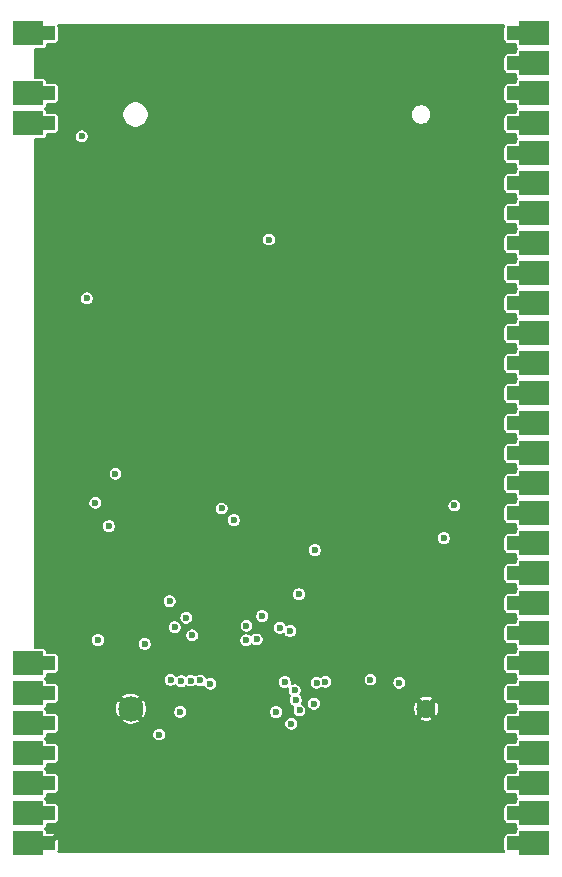
<source format=gbr>
%TF.GenerationSoftware,KiCad,Pcbnew,9.0.1+dfsg-1*%
%TF.CreationDate,2025-05-01T11:00:41+02:00*%
%TF.ProjectId,cellular-modem,63656c6c-756c-4617-922d-6d6f64656d2e,rev?*%
%TF.SameCoordinates,Original*%
%TF.FileFunction,Copper,L2,Inr*%
%TF.FilePolarity,Positive*%
%FSLAX46Y46*%
G04 Gerber Fmt 4.6, Leading zero omitted, Abs format (unit mm)*
G04 Created by KiCad (PCBNEW 9.0.1+dfsg-1) date 2025-05-01 11:00:41*
%MOMM*%
%LPD*%
G01*
G04 APERTURE LIST*
G04 Aperture macros list*
%AMRoundRect*
0 Rectangle with rounded corners*
0 $1 Rounding radius*
0 $2 $3 $4 $5 $6 $7 $8 $9 X,Y pos of 4 corners*
0 Add a 4 corners polygon primitive as box body*
4,1,4,$2,$3,$4,$5,$6,$7,$8,$9,$2,$3,0*
0 Add four circle primitives for the rounded corners*
1,1,$1+$1,$2,$3*
1,1,$1+$1,$4,$5*
1,1,$1+$1,$6,$7*
1,1,$1+$1,$8,$9*
0 Add four rect primitives between the rounded corners*
20,1,$1+$1,$2,$3,$4,$5,0*
20,1,$1+$1,$4,$5,$6,$7,0*
20,1,$1+$1,$6,$7,$8,$9,0*
20,1,$1+$1,$8,$9,$2,$3,0*%
G04 Aperture macros list end*
%TA.AperFunction,ComponentPad*%
%ADD10C,2.133600*%
%TD*%
%TA.AperFunction,ComponentPad*%
%ADD11C,1.625600*%
%TD*%
%TA.AperFunction,CastellatedPad*%
%ADD12R,2.540000X2.000000*%
%TD*%
%TA.AperFunction,ComponentPad*%
%ADD13RoundRect,0.250000X0.375000X0.375000X-0.375000X0.375000X-0.375000X-0.375000X0.375000X-0.375000X0*%
%TD*%
%TA.AperFunction,ViaPad*%
%ADD14C,0.600000*%
%TD*%
G04 APERTURE END LIST*
D10*
%TO.N,GND*%
%TO.C,J1*%
X76611599Y-94188465D03*
D11*
X101611601Y-94188399D03*
%TD*%
D12*
%TO.N,VBAT*%
%TO.C,M1*%
X67945200Y-37033200D03*
D13*
X69645200Y-37033200D03*
D12*
%TO.N,1V8*%
X67945200Y-42113200D03*
D13*
X69645200Y-42113200D03*
D12*
%TO.N,3V3*%
X67945200Y-44653200D03*
D13*
X69645200Y-44653200D03*
D12*
%TO.N,USIM_VDD*%
X67945200Y-90373200D03*
D13*
X69645200Y-90373200D03*
D12*
%TO.N,USIM_DATA*%
X67945200Y-92913200D03*
D13*
X69645200Y-92913200D03*
D12*
%TO.N,USIM_CLK*%
X67945200Y-95453200D03*
D13*
X69645200Y-95453200D03*
D12*
%TO.N,{slash}USIM_RESET*%
X67945200Y-97993200D03*
D13*
X69645200Y-97993200D03*
D12*
%TO.N,USIM_VPP*%
X67945200Y-100533200D03*
D13*
X69645200Y-100533200D03*
D12*
%TO.N,{slash}CLKREQ*%
X67945200Y-103073200D03*
D13*
X69645200Y-103073200D03*
D12*
%TO.N,GND*%
X67945200Y-105613200D03*
D13*
X69645200Y-105613200D03*
%TO.N,EN*%
X109045200Y-37033200D03*
D12*
X110745200Y-37033200D03*
D13*
%TO.N,COEX_UART_RX_3V3*%
X109045200Y-39573200D03*
D12*
X110745200Y-39573200D03*
D13*
%TO.N,UART_RX_3V3*%
X109045200Y-42113200D03*
D12*
X110745200Y-42113200D03*
D13*
%TO.N,UART_CTS_3V3*%
X109045200Y-44653200D03*
D12*
X110745200Y-44653200D03*
D13*
%TO.N,{slash}W_DISABLE_3V3*%
X109045200Y-47193200D03*
D12*
X110745200Y-47193200D03*
D13*
%TO.N,{slash}DTR_SLEEP_MODE_3V3*%
X109045200Y-49733200D03*
D12*
X110745200Y-49733200D03*
D13*
%TO.N,PCM_DIN_3V3*%
X109045200Y-52273200D03*
D12*
X110745200Y-52273200D03*
D13*
%TO.N,{slash}RESET_3V3*%
X109045200Y-54813200D03*
D12*
X110745200Y-54813200D03*
D13*
%TO.N,UART_TX_3V3*%
X109045200Y-57353200D03*
D12*
X110745200Y-57353200D03*
D13*
%TO.N,COEX_UART_TX_3V3*%
X109045200Y-59893200D03*
D12*
X110745200Y-59893200D03*
D13*
%TO.N,{slash}WAKE_3V3*%
X109045200Y-62433200D03*
D12*
X110745200Y-62433200D03*
D13*
%TO.N,RI_HOST_WAKE_3V3*%
X109045200Y-64973200D03*
D12*
X110745200Y-64973200D03*
D13*
%TO.N,PCM_DOUT_3V3*%
X109045200Y-67513200D03*
D12*
X110745200Y-67513200D03*
D13*
%TO.N,PCM_CLK_3V3*%
X109045200Y-70053200D03*
D12*
X110745200Y-70053200D03*
D13*
%TO.N,PCM_SYNC_3V#*%
X109045200Y-72593200D03*
D12*
X110745200Y-72593200D03*
D13*
%TO.N,PCM_CLK_DIR*%
X109045200Y-75133200D03*
D12*
X110745200Y-75133200D03*
D13*
%TO.N,unconnected-(M1-Pad45)*%
X109045200Y-77673200D03*
D12*
X110745200Y-77673200D03*
D13*
%TO.N,unconnected-(M1-Pad46)*%
X109045200Y-80213200D03*
D12*
X110745200Y-80213200D03*
D13*
%TO.N,USB_D-*%
X109045200Y-82753200D03*
D12*
X110745200Y-82753200D03*
D13*
%TO.N,USB_D+*%
X109045200Y-85293200D03*
D12*
X110745200Y-85293200D03*
D13*
%TO.N,RESERVED_PIN46*%
X109045200Y-87833200D03*
D12*
X110745200Y-87833200D03*
D13*
%TO.N,USIM_SIM_PRESENT_IN*%
X109045200Y-90373200D03*
D12*
X110745200Y-90373200D03*
D13*
%TO.N,{slash}LED_WWAN_OC_OUT*%
X109045200Y-92913200D03*
D12*
X110745200Y-92913200D03*
D13*
%TO.N,I2C_DATA_1V8*%
X109045200Y-95453200D03*
D12*
X110745200Y-95453200D03*
D13*
%TO.N,I2C_SCL_1V8*%
X109045200Y-97993200D03*
D12*
X110745200Y-97993200D03*
D13*
%TO.N,PETp0*%
X109045200Y-100533200D03*
D12*
X110745200Y-100533200D03*
D13*
%TO.N,PERp0*%
X109045200Y-103073200D03*
D12*
X110745200Y-103073200D03*
D13*
%TO.N,RESERVED_PIN19*%
X109045200Y-105613200D03*
D12*
X110745200Y-105613200D03*
%TD*%
D14*
%TO.N,{slash}CLKREQ*%
X79019400Y-96393000D03*
%TO.N,I2C_DATA_1V8*%
X93095197Y-91910448D03*
%TO.N,GND*%
X94437200Y-100355400D03*
X88260000Y-71470000D03*
X102180000Y-41110000D03*
X95980000Y-69690000D03*
X107800000Y-51600000D03*
X97282000Y-75184000D03*
X84840000Y-81450000D03*
X89850000Y-103130000D03*
X90880000Y-69060000D03*
X78466000Y-77927200D03*
X107670000Y-60400000D03*
X106451400Y-75717400D03*
X86860000Y-100110000D03*
X107790000Y-70540000D03*
X80492600Y-51841400D03*
X107770000Y-68020000D03*
X86868000Y-56896000D03*
X78140000Y-100070000D03*
X107780000Y-62940000D03*
X107740000Y-73080000D03*
X92830000Y-87890000D03*
X70650000Y-89360000D03*
X75031600Y-79654400D03*
X91930000Y-52090000D03*
X99780000Y-100250000D03*
X95896328Y-58405928D03*
X108030000Y-43470000D03*
X77280000Y-96400000D03*
X98090000Y-100270000D03*
X69710000Y-38700000D03*
X106426000Y-87325200D03*
X82010000Y-96310000D03*
X108090000Y-91630000D03*
X70150000Y-99250000D03*
X104825800Y-38633400D03*
X78100000Y-41130000D03*
X98840000Y-100280000D03*
X98400000Y-88120000D03*
X88188800Y-96139000D03*
X87325200Y-91871800D03*
X96510000Y-100230000D03*
X88696800Y-83464400D03*
X100100000Y-55880000D03*
X75380000Y-69770000D03*
X99161600Y-74295000D03*
X107720000Y-65550000D03*
X107700000Y-57820000D03*
X107850000Y-75490000D03*
X103500000Y-104430000D03*
X107890000Y-89070000D03*
X95630000Y-100170000D03*
X88646000Y-100330000D03*
X88310000Y-91840000D03*
X82400000Y-83050000D03*
X70110000Y-94150000D03*
X82530000Y-61080000D03*
X70540000Y-41060000D03*
X96020000Y-77470000D03*
X97300000Y-101040000D03*
X107770000Y-55560000D03*
X82042000Y-76200000D03*
X84251800Y-65201800D03*
X86920000Y-96480000D03*
X81630000Y-100090000D03*
X91669000Y-76479000D03*
X85496400Y-60629800D03*
X108070000Y-46040000D03*
X76150000Y-74740000D03*
X95452600Y-92024200D03*
X95500000Y-55830000D03*
X107770000Y-104020000D03*
X86040000Y-104420000D03*
X107850000Y-38640000D03*
X88265000Y-78105000D03*
X71551800Y-61899800D03*
X80716001Y-80970001D03*
X92040000Y-79950000D03*
X80120000Y-100050000D03*
X84250000Y-39100000D03*
X95670000Y-78390000D03*
X100025200Y-78220001D03*
X80035400Y-96570800D03*
X78280000Y-48680000D03*
X82880200Y-96342200D03*
X92252800Y-100203000D03*
X107720000Y-49130000D03*
X97450000Y-88120000D03*
X78511400Y-88112600D03*
X108220000Y-96710000D03*
X91875218Y-87829782D03*
X73660000Y-39065200D03*
X107590000Y-81030000D03*
X70610000Y-101760000D03*
X70790000Y-91730000D03*
X86080600Y-93573600D03*
X94480000Y-83960000D03*
X70260000Y-96690000D03*
X96550000Y-96630000D03*
X85674200Y-75336400D03*
X107690000Y-86440000D03*
X89662000Y-38963600D03*
X90932000Y-96767600D03*
X108020000Y-94280000D03*
X75530000Y-65950000D03*
X101750000Y-86180000D03*
X82931000Y-93446600D03*
X88849200Y-61722000D03*
X82934028Y-63824428D03*
X75720000Y-48720000D03*
X75940000Y-104420000D03*
X108080000Y-101870000D03*
X75742800Y-81178400D03*
X100620000Y-100290000D03*
X79100000Y-57460000D03*
X70580000Y-43370000D03*
X106299000Y-76454000D03*
X99980000Y-45410000D03*
X91465400Y-86182200D03*
X76740000Y-100110000D03*
X71140000Y-36910000D03*
X102235000Y-73075800D03*
X100152200Y-88493600D03*
X91059000Y-100228400D03*
X107870000Y-41210000D03*
X108030000Y-99290000D03*
X102520000Y-45450000D03*
X73431400Y-57531000D03*
X102890000Y-91430000D03*
X90030000Y-74030000D03*
X71958200Y-104343200D03*
X106470000Y-91510000D03*
X82042000Y-79710000D03*
%TO.N,/PCM_SYNC_1V8_IO*%
X87736390Y-86355210D03*
X90500200Y-92650400D03*
%TO.N,3V3*%
X75320000Y-74300000D03*
X72466200Y-45745400D03*
X84302600Y-77241400D03*
X89662000Y-91948000D03*
X72898000Y-59461400D03*
X104013000Y-76987400D03*
X73609200Y-76758800D03*
X77806600Y-88721221D03*
X73837800Y-88392000D03*
X90213800Y-95478600D03*
%TO.N,I2C_SCL_1V8*%
X92348000Y-91998800D03*
%TO.N,/PCM_DOUT_1V8_OUT*%
X90900200Y-94335600D03*
X90103406Y-87620394D03*
%TO.N,/PCM_CLK_1V8_IO*%
X90855800Y-84505800D03*
X90594162Y-93470858D03*
X92202000Y-80772000D03*
X89246003Y-87350600D03*
%TO.N,USIM_SIM_PRESENT_IN*%
X99339400Y-91998800D03*
%TO.N,USIM_VDD*%
X79984600Y-91770200D03*
%TO.N,/PCM_DIN_1V8_IN*%
X79909801Y-85093707D03*
X92125800Y-93783200D03*
%TO.N,USIM_DATA*%
X80885512Y-91858312D03*
%TO.N,{slash}LED_WWAN_OC_OUT*%
X96910000Y-91730000D03*
%TO.N,/{slash}RESET_1V8_IN*%
X86410800Y-87172800D03*
X81304247Y-86488153D03*
%TO.N,/{slash}W_DISABLE_1V8_IN*%
X80340200Y-87299800D03*
X87274400Y-88315800D03*
%TO.N,{slash}USIM_RESET*%
X82509000Y-91797248D03*
%TO.N,USIM_CLK*%
X81686400Y-91821000D03*
%TO.N,/{slash}DTR_SLEEP_MODE_1V8_IN*%
X81810306Y-87988694D03*
X86385400Y-88401321D03*
%TO.N,/UART_CTS_1V8_IN*%
X80794331Y-94465669D03*
X88912000Y-94488000D03*
%TO.N,USIM_VPP*%
X83350000Y-92090000D03*
%TO.N,1V8*%
X74768000Y-78740000D03*
X85344000Y-78232000D03*
X88315800Y-54483000D03*
X103124000Y-79756000D03*
%TD*%
%TA.AperFunction,Conductor*%
%TO.N,GND*%
G36*
X108263530Y-36282606D02*
G01*
X108299494Y-36332106D01*
X108299494Y-36393292D01*
X108284995Y-36421487D01*
X108267406Y-36445318D01*
X108222555Y-36573496D01*
X108222553Y-36573505D01*
X108219700Y-36603925D01*
X108219700Y-37462474D01*
X108222553Y-37492894D01*
X108222555Y-37492903D01*
X108267407Y-37621083D01*
X108348045Y-37730344D01*
X108348047Y-37730346D01*
X108348050Y-37730350D01*
X108348053Y-37730352D01*
X108348055Y-37730354D01*
X108457316Y-37810992D01*
X108457317Y-37810992D01*
X108457318Y-37810993D01*
X108585501Y-37855846D01*
X108615925Y-37858699D01*
X108615927Y-37858700D01*
X108615934Y-37858700D01*
X109175700Y-37858700D01*
X109233891Y-37877607D01*
X109269855Y-37927107D01*
X109274700Y-37957700D01*
X109274700Y-38052946D01*
X109274701Y-38052958D01*
X109286332Y-38111427D01*
X109286333Y-38111431D01*
X109330648Y-38177752D01*
X109330651Y-38177754D01*
X109395200Y-38220885D01*
X109433079Y-38268935D01*
X109435481Y-38330073D01*
X109401488Y-38380947D01*
X109395200Y-38385515D01*
X109330651Y-38428645D01*
X109330645Y-38428651D01*
X109286334Y-38494966D01*
X109286332Y-38494972D01*
X109274701Y-38553441D01*
X109274700Y-38553453D01*
X109274700Y-38648700D01*
X109255793Y-38706891D01*
X109206293Y-38742855D01*
X109175700Y-38747700D01*
X108615925Y-38747700D01*
X108585505Y-38750553D01*
X108585496Y-38750555D01*
X108457316Y-38795407D01*
X108348055Y-38876045D01*
X108348045Y-38876055D01*
X108267407Y-38985316D01*
X108222555Y-39113496D01*
X108222553Y-39113505D01*
X108219700Y-39143925D01*
X108219700Y-40002474D01*
X108222553Y-40032894D01*
X108222555Y-40032903D01*
X108267407Y-40161083D01*
X108348045Y-40270344D01*
X108348047Y-40270346D01*
X108348050Y-40270350D01*
X108348053Y-40270352D01*
X108348055Y-40270354D01*
X108457316Y-40350992D01*
X108457317Y-40350992D01*
X108457318Y-40350993D01*
X108585501Y-40395846D01*
X108615925Y-40398699D01*
X108615927Y-40398700D01*
X108615934Y-40398700D01*
X109175700Y-40398700D01*
X109233891Y-40417607D01*
X109269855Y-40467107D01*
X109274700Y-40497700D01*
X109274700Y-40592946D01*
X109274701Y-40592958D01*
X109286332Y-40651427D01*
X109286333Y-40651431D01*
X109330648Y-40717752D01*
X109330651Y-40717754D01*
X109395200Y-40760885D01*
X109433079Y-40808935D01*
X109435481Y-40870073D01*
X109401488Y-40920947D01*
X109395200Y-40925515D01*
X109330651Y-40968645D01*
X109330645Y-40968651D01*
X109286334Y-41034966D01*
X109286332Y-41034972D01*
X109274701Y-41093441D01*
X109274700Y-41093453D01*
X109274700Y-41188700D01*
X109255793Y-41246891D01*
X109206293Y-41282855D01*
X109175700Y-41287700D01*
X108615925Y-41287700D01*
X108585505Y-41290553D01*
X108585496Y-41290555D01*
X108457316Y-41335407D01*
X108348055Y-41416045D01*
X108348045Y-41416055D01*
X108267407Y-41525316D01*
X108222555Y-41653496D01*
X108222553Y-41653505D01*
X108219700Y-41683925D01*
X108219700Y-42542474D01*
X108222553Y-42572894D01*
X108222555Y-42572903D01*
X108267407Y-42701083D01*
X108348045Y-42810344D01*
X108348047Y-42810346D01*
X108348050Y-42810350D01*
X108348053Y-42810352D01*
X108348055Y-42810354D01*
X108457316Y-42890992D01*
X108457317Y-42890992D01*
X108457318Y-42890993D01*
X108585501Y-42935846D01*
X108615925Y-42938699D01*
X108615927Y-42938700D01*
X108615934Y-42938700D01*
X109175700Y-42938700D01*
X109233891Y-42957607D01*
X109269855Y-43007107D01*
X109274700Y-43037700D01*
X109274700Y-43132946D01*
X109274701Y-43132958D01*
X109286332Y-43191427D01*
X109286334Y-43191433D01*
X109296442Y-43206560D01*
X109330648Y-43257752D01*
X109330651Y-43257754D01*
X109395200Y-43300885D01*
X109433079Y-43348935D01*
X109435481Y-43410073D01*
X109401488Y-43460947D01*
X109395200Y-43465515D01*
X109330651Y-43508645D01*
X109330645Y-43508651D01*
X109286334Y-43574966D01*
X109286332Y-43574972D01*
X109274701Y-43633441D01*
X109274700Y-43633453D01*
X109274700Y-43728700D01*
X109255793Y-43786891D01*
X109206293Y-43822855D01*
X109175700Y-43827700D01*
X108615925Y-43827700D01*
X108585505Y-43830553D01*
X108585496Y-43830555D01*
X108457316Y-43875407D01*
X108348055Y-43956045D01*
X108348045Y-43956055D01*
X108267407Y-44065316D01*
X108222555Y-44193496D01*
X108222553Y-44193505D01*
X108219700Y-44223925D01*
X108219700Y-45082474D01*
X108222553Y-45112894D01*
X108222555Y-45112903D01*
X108267407Y-45241083D01*
X108348045Y-45350344D01*
X108348047Y-45350346D01*
X108348050Y-45350350D01*
X108348053Y-45350352D01*
X108348055Y-45350354D01*
X108457316Y-45430992D01*
X108457317Y-45430992D01*
X108457318Y-45430993D01*
X108585501Y-45475846D01*
X108615925Y-45478699D01*
X108615927Y-45478700D01*
X108615934Y-45478700D01*
X109175700Y-45478700D01*
X109233891Y-45497607D01*
X109269855Y-45547107D01*
X109274700Y-45577700D01*
X109274700Y-45672946D01*
X109274701Y-45672958D01*
X109286332Y-45731427D01*
X109286333Y-45731431D01*
X109330648Y-45797752D01*
X109330651Y-45797754D01*
X109395200Y-45840885D01*
X109433079Y-45888935D01*
X109435481Y-45950073D01*
X109401488Y-46000947D01*
X109395200Y-46005515D01*
X109330651Y-46048645D01*
X109330645Y-46048651D01*
X109286334Y-46114966D01*
X109286332Y-46114972D01*
X109274701Y-46173441D01*
X109274700Y-46173453D01*
X109274700Y-46268700D01*
X109255793Y-46326891D01*
X109206293Y-46362855D01*
X109175700Y-46367700D01*
X108615925Y-46367700D01*
X108585505Y-46370553D01*
X108585496Y-46370555D01*
X108457316Y-46415407D01*
X108348055Y-46496045D01*
X108348045Y-46496055D01*
X108267407Y-46605316D01*
X108222555Y-46733496D01*
X108222553Y-46733505D01*
X108219700Y-46763925D01*
X108219700Y-47622474D01*
X108222553Y-47652894D01*
X108222555Y-47652903D01*
X108267407Y-47781083D01*
X108348045Y-47890344D01*
X108348047Y-47890346D01*
X108348050Y-47890350D01*
X108348053Y-47890352D01*
X108348055Y-47890354D01*
X108457316Y-47970992D01*
X108457317Y-47970992D01*
X108457318Y-47970993D01*
X108585501Y-48015846D01*
X108615925Y-48018699D01*
X108615927Y-48018700D01*
X108615934Y-48018700D01*
X109175700Y-48018700D01*
X109233891Y-48037607D01*
X109269855Y-48087107D01*
X109274700Y-48117700D01*
X109274700Y-48212946D01*
X109274701Y-48212958D01*
X109286332Y-48271427D01*
X109286333Y-48271431D01*
X109330648Y-48337752D01*
X109330651Y-48337754D01*
X109395200Y-48380885D01*
X109433079Y-48428935D01*
X109435481Y-48490073D01*
X109401488Y-48540947D01*
X109395200Y-48545515D01*
X109330651Y-48588645D01*
X109330645Y-48588651D01*
X109286334Y-48654966D01*
X109286332Y-48654972D01*
X109274701Y-48713441D01*
X109274700Y-48713453D01*
X109274700Y-48808700D01*
X109255793Y-48866891D01*
X109206293Y-48902855D01*
X109175700Y-48907700D01*
X108615925Y-48907700D01*
X108585505Y-48910553D01*
X108585496Y-48910555D01*
X108457316Y-48955407D01*
X108348055Y-49036045D01*
X108348045Y-49036055D01*
X108267407Y-49145316D01*
X108222555Y-49273496D01*
X108222553Y-49273505D01*
X108219700Y-49303925D01*
X108219700Y-50162474D01*
X108222553Y-50192894D01*
X108222555Y-50192903D01*
X108267407Y-50321083D01*
X108348045Y-50430344D01*
X108348047Y-50430346D01*
X108348050Y-50430350D01*
X108348053Y-50430352D01*
X108348055Y-50430354D01*
X108457316Y-50510992D01*
X108457317Y-50510992D01*
X108457318Y-50510993D01*
X108585501Y-50555846D01*
X108615925Y-50558699D01*
X108615927Y-50558700D01*
X108615934Y-50558700D01*
X109175700Y-50558700D01*
X109233891Y-50577607D01*
X109269855Y-50627107D01*
X109274700Y-50657700D01*
X109274700Y-50752946D01*
X109274701Y-50752958D01*
X109286332Y-50811427D01*
X109286333Y-50811431D01*
X109330648Y-50877752D01*
X109330651Y-50877754D01*
X109395200Y-50920885D01*
X109433079Y-50968935D01*
X109435481Y-51030073D01*
X109401488Y-51080947D01*
X109395200Y-51085515D01*
X109330651Y-51128645D01*
X109330645Y-51128651D01*
X109286334Y-51194966D01*
X109286332Y-51194972D01*
X109274701Y-51253441D01*
X109274700Y-51253453D01*
X109274700Y-51348700D01*
X109255793Y-51406891D01*
X109206293Y-51442855D01*
X109175700Y-51447700D01*
X108615925Y-51447700D01*
X108585505Y-51450553D01*
X108585496Y-51450555D01*
X108457316Y-51495407D01*
X108348055Y-51576045D01*
X108348045Y-51576055D01*
X108267407Y-51685316D01*
X108222555Y-51813496D01*
X108222553Y-51813505D01*
X108219700Y-51843925D01*
X108219700Y-52702474D01*
X108222553Y-52732894D01*
X108222555Y-52732903D01*
X108267407Y-52861083D01*
X108348045Y-52970344D01*
X108348047Y-52970346D01*
X108348050Y-52970350D01*
X108348053Y-52970352D01*
X108348055Y-52970354D01*
X108457316Y-53050992D01*
X108457317Y-53050992D01*
X108457318Y-53050993D01*
X108585501Y-53095846D01*
X108615925Y-53098699D01*
X108615927Y-53098700D01*
X108615934Y-53098700D01*
X109175700Y-53098700D01*
X109233891Y-53117607D01*
X109269855Y-53167107D01*
X109274700Y-53197700D01*
X109274700Y-53292946D01*
X109274701Y-53292958D01*
X109286332Y-53351427D01*
X109286333Y-53351431D01*
X109330648Y-53417752D01*
X109330651Y-53417754D01*
X109395200Y-53460885D01*
X109433079Y-53508935D01*
X109435481Y-53570073D01*
X109401488Y-53620947D01*
X109395200Y-53625515D01*
X109330651Y-53668645D01*
X109330645Y-53668651D01*
X109286334Y-53734966D01*
X109286332Y-53734972D01*
X109274701Y-53793441D01*
X109274700Y-53793453D01*
X109274700Y-53888700D01*
X109255793Y-53946891D01*
X109206293Y-53982855D01*
X109175700Y-53987700D01*
X108615925Y-53987700D01*
X108585505Y-53990553D01*
X108585496Y-53990555D01*
X108457316Y-54035407D01*
X108348055Y-54116045D01*
X108348045Y-54116055D01*
X108267407Y-54225316D01*
X108222555Y-54353496D01*
X108222553Y-54353505D01*
X108219700Y-54383925D01*
X108219700Y-55242474D01*
X108222553Y-55272894D01*
X108222555Y-55272903D01*
X108267407Y-55401083D01*
X108348045Y-55510344D01*
X108348047Y-55510346D01*
X108348050Y-55510350D01*
X108348053Y-55510352D01*
X108348055Y-55510354D01*
X108457316Y-55590992D01*
X108457317Y-55590992D01*
X108457318Y-55590993D01*
X108585501Y-55635846D01*
X108615925Y-55638699D01*
X108615927Y-55638700D01*
X108615934Y-55638700D01*
X109175700Y-55638700D01*
X109233891Y-55657607D01*
X109269855Y-55707107D01*
X109274700Y-55737700D01*
X109274700Y-55832946D01*
X109274701Y-55832958D01*
X109286332Y-55891427D01*
X109286333Y-55891431D01*
X109330648Y-55957752D01*
X109330651Y-55957754D01*
X109395200Y-56000885D01*
X109433079Y-56048935D01*
X109435481Y-56110073D01*
X109401488Y-56160947D01*
X109395200Y-56165515D01*
X109330651Y-56208645D01*
X109330645Y-56208651D01*
X109286334Y-56274966D01*
X109286332Y-56274972D01*
X109274701Y-56333441D01*
X109274700Y-56333453D01*
X109274700Y-56428700D01*
X109255793Y-56486891D01*
X109206293Y-56522855D01*
X109175700Y-56527700D01*
X108615925Y-56527700D01*
X108585505Y-56530553D01*
X108585496Y-56530555D01*
X108457316Y-56575407D01*
X108348055Y-56656045D01*
X108348045Y-56656055D01*
X108267407Y-56765316D01*
X108222555Y-56893496D01*
X108222553Y-56893505D01*
X108219700Y-56923925D01*
X108219700Y-57782474D01*
X108222553Y-57812894D01*
X108222555Y-57812903D01*
X108267407Y-57941083D01*
X108348045Y-58050344D01*
X108348047Y-58050346D01*
X108348050Y-58050350D01*
X108348053Y-58050352D01*
X108348055Y-58050354D01*
X108457316Y-58130992D01*
X108457317Y-58130992D01*
X108457318Y-58130993D01*
X108585501Y-58175846D01*
X108615925Y-58178699D01*
X108615927Y-58178700D01*
X108615934Y-58178700D01*
X109175700Y-58178700D01*
X109233891Y-58197607D01*
X109269855Y-58247107D01*
X109274700Y-58277700D01*
X109274700Y-58372946D01*
X109274701Y-58372958D01*
X109286332Y-58431427D01*
X109286333Y-58431431D01*
X109330648Y-58497752D01*
X109330651Y-58497754D01*
X109395200Y-58540885D01*
X109433079Y-58588935D01*
X109435481Y-58650073D01*
X109401488Y-58700947D01*
X109395200Y-58705515D01*
X109330651Y-58748645D01*
X109330645Y-58748651D01*
X109286334Y-58814966D01*
X109286332Y-58814972D01*
X109274701Y-58873441D01*
X109274700Y-58873453D01*
X109274700Y-58968700D01*
X109255793Y-59026891D01*
X109206293Y-59062855D01*
X109175700Y-59067700D01*
X108615925Y-59067700D01*
X108585505Y-59070553D01*
X108585496Y-59070555D01*
X108457316Y-59115407D01*
X108348055Y-59196045D01*
X108348045Y-59196055D01*
X108267407Y-59305316D01*
X108222555Y-59433496D01*
X108222553Y-59433505D01*
X108219700Y-59463925D01*
X108219700Y-60322474D01*
X108222553Y-60352894D01*
X108222555Y-60352903D01*
X108267407Y-60481083D01*
X108348045Y-60590344D01*
X108348047Y-60590346D01*
X108348050Y-60590350D01*
X108348053Y-60590352D01*
X108348055Y-60590354D01*
X108457316Y-60670992D01*
X108457317Y-60670992D01*
X108457318Y-60670993D01*
X108585501Y-60715846D01*
X108615925Y-60718699D01*
X108615927Y-60718700D01*
X108615934Y-60718700D01*
X109175700Y-60718700D01*
X109233891Y-60737607D01*
X109269855Y-60787107D01*
X109274700Y-60817700D01*
X109274700Y-60912946D01*
X109274701Y-60912958D01*
X109286332Y-60971427D01*
X109286333Y-60971431D01*
X109330648Y-61037752D01*
X109330651Y-61037754D01*
X109395200Y-61080885D01*
X109433079Y-61128935D01*
X109435481Y-61190073D01*
X109401488Y-61240947D01*
X109395200Y-61245515D01*
X109330651Y-61288645D01*
X109330645Y-61288651D01*
X109286334Y-61354966D01*
X109286332Y-61354972D01*
X109274701Y-61413441D01*
X109274700Y-61413453D01*
X109274700Y-61508700D01*
X109255793Y-61566891D01*
X109206293Y-61602855D01*
X109175700Y-61607700D01*
X108615925Y-61607700D01*
X108585505Y-61610553D01*
X108585496Y-61610555D01*
X108457316Y-61655407D01*
X108348055Y-61736045D01*
X108348045Y-61736055D01*
X108267407Y-61845316D01*
X108222555Y-61973496D01*
X108222553Y-61973505D01*
X108219700Y-62003925D01*
X108219700Y-62862474D01*
X108222553Y-62892894D01*
X108222555Y-62892903D01*
X108267407Y-63021083D01*
X108348045Y-63130344D01*
X108348047Y-63130346D01*
X108348050Y-63130350D01*
X108348053Y-63130352D01*
X108348055Y-63130354D01*
X108457316Y-63210992D01*
X108457317Y-63210992D01*
X108457318Y-63210993D01*
X108585501Y-63255846D01*
X108615925Y-63258699D01*
X108615927Y-63258700D01*
X108615934Y-63258700D01*
X109175700Y-63258700D01*
X109233891Y-63277607D01*
X109269855Y-63327107D01*
X109274700Y-63357700D01*
X109274700Y-63452946D01*
X109274701Y-63452958D01*
X109286332Y-63511427D01*
X109286333Y-63511431D01*
X109330648Y-63577752D01*
X109330651Y-63577754D01*
X109395200Y-63620885D01*
X109433079Y-63668935D01*
X109435481Y-63730073D01*
X109401488Y-63780947D01*
X109395200Y-63785515D01*
X109330651Y-63828645D01*
X109330645Y-63828651D01*
X109286334Y-63894966D01*
X109286332Y-63894972D01*
X109274701Y-63953441D01*
X109274700Y-63953453D01*
X109274700Y-64048700D01*
X109255793Y-64106891D01*
X109206293Y-64142855D01*
X109175700Y-64147700D01*
X108615925Y-64147700D01*
X108585505Y-64150553D01*
X108585496Y-64150555D01*
X108457316Y-64195407D01*
X108348055Y-64276045D01*
X108348045Y-64276055D01*
X108267407Y-64385316D01*
X108222555Y-64513496D01*
X108222553Y-64513505D01*
X108219700Y-64543925D01*
X108219700Y-65402474D01*
X108222553Y-65432894D01*
X108222555Y-65432903D01*
X108267407Y-65561083D01*
X108348045Y-65670344D01*
X108348047Y-65670346D01*
X108348050Y-65670350D01*
X108348053Y-65670352D01*
X108348055Y-65670354D01*
X108457316Y-65750992D01*
X108457317Y-65750992D01*
X108457318Y-65750993D01*
X108585501Y-65795846D01*
X108615925Y-65798699D01*
X108615927Y-65798700D01*
X108615934Y-65798700D01*
X109175700Y-65798700D01*
X109233891Y-65817607D01*
X109269855Y-65867107D01*
X109274700Y-65897700D01*
X109274700Y-65992946D01*
X109274701Y-65992958D01*
X109286332Y-66051427D01*
X109286333Y-66051431D01*
X109330648Y-66117752D01*
X109330651Y-66117754D01*
X109395200Y-66160885D01*
X109433079Y-66208935D01*
X109435481Y-66270073D01*
X109401488Y-66320947D01*
X109395200Y-66325515D01*
X109330651Y-66368645D01*
X109330645Y-66368651D01*
X109286334Y-66434966D01*
X109286332Y-66434972D01*
X109274701Y-66493441D01*
X109274700Y-66493453D01*
X109274700Y-66588700D01*
X109255793Y-66646891D01*
X109206293Y-66682855D01*
X109175700Y-66687700D01*
X108615925Y-66687700D01*
X108585505Y-66690553D01*
X108585496Y-66690555D01*
X108457316Y-66735407D01*
X108348055Y-66816045D01*
X108348045Y-66816055D01*
X108267407Y-66925316D01*
X108222555Y-67053496D01*
X108222553Y-67053505D01*
X108219700Y-67083925D01*
X108219700Y-67942474D01*
X108222553Y-67972894D01*
X108222555Y-67972903D01*
X108267407Y-68101083D01*
X108348045Y-68210344D01*
X108348047Y-68210346D01*
X108348050Y-68210350D01*
X108348053Y-68210352D01*
X108348055Y-68210354D01*
X108457316Y-68290992D01*
X108457317Y-68290992D01*
X108457318Y-68290993D01*
X108585501Y-68335846D01*
X108615925Y-68338699D01*
X108615927Y-68338700D01*
X108615934Y-68338700D01*
X109175700Y-68338700D01*
X109233891Y-68357607D01*
X109269855Y-68407107D01*
X109274700Y-68437700D01*
X109274700Y-68532946D01*
X109274701Y-68532958D01*
X109286332Y-68591427D01*
X109286333Y-68591431D01*
X109330648Y-68657752D01*
X109330651Y-68657754D01*
X109395200Y-68700885D01*
X109433079Y-68748935D01*
X109435481Y-68810073D01*
X109401488Y-68860947D01*
X109395200Y-68865515D01*
X109330651Y-68908645D01*
X109330645Y-68908651D01*
X109286334Y-68974966D01*
X109286332Y-68974972D01*
X109274701Y-69033441D01*
X109274700Y-69033453D01*
X109274700Y-69128700D01*
X109255793Y-69186891D01*
X109206293Y-69222855D01*
X109175700Y-69227700D01*
X108615925Y-69227700D01*
X108585505Y-69230553D01*
X108585496Y-69230555D01*
X108457316Y-69275407D01*
X108348055Y-69356045D01*
X108348045Y-69356055D01*
X108267407Y-69465316D01*
X108222555Y-69593496D01*
X108222553Y-69593505D01*
X108219700Y-69623925D01*
X108219700Y-70482474D01*
X108222553Y-70512894D01*
X108222555Y-70512903D01*
X108267407Y-70641083D01*
X108348045Y-70750344D01*
X108348047Y-70750346D01*
X108348050Y-70750350D01*
X108348053Y-70750352D01*
X108348055Y-70750354D01*
X108457316Y-70830992D01*
X108457317Y-70830992D01*
X108457318Y-70830993D01*
X108585501Y-70875846D01*
X108615925Y-70878699D01*
X108615927Y-70878700D01*
X108615934Y-70878700D01*
X109175700Y-70878700D01*
X109233891Y-70897607D01*
X109269855Y-70947107D01*
X109274700Y-70977700D01*
X109274700Y-71072946D01*
X109274701Y-71072958D01*
X109286332Y-71131427D01*
X109286333Y-71131431D01*
X109330648Y-71197752D01*
X109330651Y-71197754D01*
X109395200Y-71240885D01*
X109433079Y-71288935D01*
X109435481Y-71350073D01*
X109401488Y-71400947D01*
X109395200Y-71405515D01*
X109330651Y-71448645D01*
X109330645Y-71448651D01*
X109286334Y-71514966D01*
X109286332Y-71514972D01*
X109274701Y-71573441D01*
X109274700Y-71573453D01*
X109274700Y-71668700D01*
X109255793Y-71726891D01*
X109206293Y-71762855D01*
X109175700Y-71767700D01*
X108615925Y-71767700D01*
X108585505Y-71770553D01*
X108585496Y-71770555D01*
X108457316Y-71815407D01*
X108348055Y-71896045D01*
X108348045Y-71896055D01*
X108267407Y-72005316D01*
X108222555Y-72133496D01*
X108222553Y-72133505D01*
X108219700Y-72163925D01*
X108219700Y-73022474D01*
X108222553Y-73052894D01*
X108222555Y-73052903D01*
X108267407Y-73181083D01*
X108348045Y-73290344D01*
X108348047Y-73290346D01*
X108348050Y-73290350D01*
X108348053Y-73290352D01*
X108348055Y-73290354D01*
X108457316Y-73370992D01*
X108457317Y-73370992D01*
X108457318Y-73370993D01*
X108585501Y-73415846D01*
X108615925Y-73418699D01*
X108615927Y-73418700D01*
X108615934Y-73418700D01*
X109175700Y-73418700D01*
X109233891Y-73437607D01*
X109269855Y-73487107D01*
X109274700Y-73517700D01*
X109274700Y-73612946D01*
X109274701Y-73612958D01*
X109286332Y-73671427D01*
X109286333Y-73671431D01*
X109330648Y-73737752D01*
X109330651Y-73737754D01*
X109395200Y-73780885D01*
X109433079Y-73828935D01*
X109435481Y-73890073D01*
X109401488Y-73940947D01*
X109395200Y-73945515D01*
X109330651Y-73988645D01*
X109330645Y-73988651D01*
X109286334Y-74054966D01*
X109286332Y-74054972D01*
X109274701Y-74113441D01*
X109274700Y-74113453D01*
X109274700Y-74208700D01*
X109255793Y-74266891D01*
X109206293Y-74302855D01*
X109175700Y-74307700D01*
X108615925Y-74307700D01*
X108585505Y-74310553D01*
X108585496Y-74310555D01*
X108457316Y-74355407D01*
X108348055Y-74436045D01*
X108348045Y-74436055D01*
X108267407Y-74545316D01*
X108222555Y-74673496D01*
X108222553Y-74673505D01*
X108219700Y-74703925D01*
X108219700Y-75562474D01*
X108222553Y-75592894D01*
X108222555Y-75592903D01*
X108267407Y-75721083D01*
X108348045Y-75830344D01*
X108348047Y-75830346D01*
X108348050Y-75830350D01*
X108348053Y-75830352D01*
X108348055Y-75830354D01*
X108457316Y-75910992D01*
X108457317Y-75910992D01*
X108457318Y-75910993D01*
X108585501Y-75955846D01*
X108615925Y-75958699D01*
X108615927Y-75958700D01*
X108615934Y-75958700D01*
X109175700Y-75958700D01*
X109233891Y-75977607D01*
X109269855Y-76027107D01*
X109274700Y-76057700D01*
X109274700Y-76152946D01*
X109274701Y-76152958D01*
X109286332Y-76211427D01*
X109286333Y-76211431D01*
X109330648Y-76277752D01*
X109330651Y-76277754D01*
X109395200Y-76320885D01*
X109433079Y-76368935D01*
X109435481Y-76430073D01*
X109401488Y-76480947D01*
X109395200Y-76485515D01*
X109330651Y-76528645D01*
X109330645Y-76528651D01*
X109286334Y-76594966D01*
X109286332Y-76594972D01*
X109274701Y-76653441D01*
X109274700Y-76653453D01*
X109274700Y-76748700D01*
X109255793Y-76806891D01*
X109206293Y-76842855D01*
X109175700Y-76847700D01*
X108615925Y-76847700D01*
X108585505Y-76850553D01*
X108585496Y-76850555D01*
X108457316Y-76895407D01*
X108348055Y-76976045D01*
X108348045Y-76976055D01*
X108267407Y-77085316D01*
X108222555Y-77213496D01*
X108222553Y-77213505D01*
X108219700Y-77243925D01*
X108219700Y-78102474D01*
X108222553Y-78132894D01*
X108222555Y-78132903D01*
X108267407Y-78261083D01*
X108348045Y-78370344D01*
X108348047Y-78370346D01*
X108348050Y-78370350D01*
X108348053Y-78370352D01*
X108348055Y-78370354D01*
X108457316Y-78450992D01*
X108457317Y-78450992D01*
X108457318Y-78450993D01*
X108585501Y-78495846D01*
X108615925Y-78498699D01*
X108615927Y-78498700D01*
X108615934Y-78498700D01*
X109175700Y-78498700D01*
X109233891Y-78517607D01*
X109269855Y-78567107D01*
X109274700Y-78597700D01*
X109274700Y-78692946D01*
X109274701Y-78692958D01*
X109282567Y-78732500D01*
X109286333Y-78751431D01*
X109330648Y-78817752D01*
X109330651Y-78817754D01*
X109395200Y-78860885D01*
X109433079Y-78908935D01*
X109435481Y-78970073D01*
X109401488Y-79020947D01*
X109395200Y-79025515D01*
X109330651Y-79068645D01*
X109330645Y-79068651D01*
X109286334Y-79134966D01*
X109286332Y-79134972D01*
X109274701Y-79193441D01*
X109274700Y-79193453D01*
X109274700Y-79288700D01*
X109255793Y-79346891D01*
X109206293Y-79382855D01*
X109175700Y-79387700D01*
X108615925Y-79387700D01*
X108585505Y-79390553D01*
X108585496Y-79390555D01*
X108457316Y-79435407D01*
X108348055Y-79516045D01*
X108348045Y-79516055D01*
X108267407Y-79625316D01*
X108222555Y-79753496D01*
X108222553Y-79753505D01*
X108219700Y-79783925D01*
X108219700Y-80642474D01*
X108222553Y-80672894D01*
X108222555Y-80672903D01*
X108267407Y-80801083D01*
X108348045Y-80910344D01*
X108348047Y-80910346D01*
X108348050Y-80910350D01*
X108348053Y-80910352D01*
X108348055Y-80910354D01*
X108457316Y-80990992D01*
X108457317Y-80990992D01*
X108457318Y-80990993D01*
X108585501Y-81035846D01*
X108615925Y-81038699D01*
X108615927Y-81038700D01*
X108615934Y-81038700D01*
X109175700Y-81038700D01*
X109233891Y-81057607D01*
X109269855Y-81107107D01*
X109274700Y-81137700D01*
X109274700Y-81232946D01*
X109274701Y-81232958D01*
X109282567Y-81272500D01*
X109286333Y-81291431D01*
X109330648Y-81357752D01*
X109330651Y-81357754D01*
X109395200Y-81400885D01*
X109433079Y-81448935D01*
X109435481Y-81510073D01*
X109401488Y-81560947D01*
X109395200Y-81565515D01*
X109330651Y-81608645D01*
X109330645Y-81608651D01*
X109286334Y-81674966D01*
X109286332Y-81674972D01*
X109274701Y-81733441D01*
X109274700Y-81733453D01*
X109274700Y-81828700D01*
X109255793Y-81886891D01*
X109206293Y-81922855D01*
X109175700Y-81927700D01*
X108615925Y-81927700D01*
X108585505Y-81930553D01*
X108585496Y-81930555D01*
X108457316Y-81975407D01*
X108348055Y-82056045D01*
X108348045Y-82056055D01*
X108267407Y-82165316D01*
X108222555Y-82293496D01*
X108222553Y-82293505D01*
X108219700Y-82323925D01*
X108219700Y-83182474D01*
X108222553Y-83212894D01*
X108222555Y-83212903D01*
X108267407Y-83341083D01*
X108348045Y-83450344D01*
X108348047Y-83450346D01*
X108348050Y-83450350D01*
X108348053Y-83450352D01*
X108348055Y-83450354D01*
X108457316Y-83530992D01*
X108457317Y-83530992D01*
X108457318Y-83530993D01*
X108585501Y-83575846D01*
X108615925Y-83578699D01*
X108615927Y-83578700D01*
X108615934Y-83578700D01*
X109175700Y-83578700D01*
X109233891Y-83597607D01*
X109269855Y-83647107D01*
X109274700Y-83677700D01*
X109274700Y-83772946D01*
X109274701Y-83772958D01*
X109286332Y-83831427D01*
X109286333Y-83831431D01*
X109330648Y-83897752D01*
X109330651Y-83897754D01*
X109395200Y-83940885D01*
X109433079Y-83988935D01*
X109435481Y-84050073D01*
X109401488Y-84100947D01*
X109395200Y-84105515D01*
X109330651Y-84148645D01*
X109330645Y-84148651D01*
X109286334Y-84214966D01*
X109286332Y-84214972D01*
X109274701Y-84273441D01*
X109274700Y-84273453D01*
X109274700Y-84368700D01*
X109255793Y-84426891D01*
X109206293Y-84462855D01*
X109175700Y-84467700D01*
X108615925Y-84467700D01*
X108585505Y-84470553D01*
X108585496Y-84470555D01*
X108457316Y-84515407D01*
X108348055Y-84596045D01*
X108348045Y-84596055D01*
X108267407Y-84705316D01*
X108222555Y-84833496D01*
X108222553Y-84833505D01*
X108219700Y-84863925D01*
X108219700Y-85722474D01*
X108222553Y-85752894D01*
X108222555Y-85752903D01*
X108267407Y-85881083D01*
X108348045Y-85990344D01*
X108348047Y-85990346D01*
X108348050Y-85990350D01*
X108348053Y-85990352D01*
X108348055Y-85990354D01*
X108457316Y-86070992D01*
X108457317Y-86070992D01*
X108457318Y-86070993D01*
X108585501Y-86115846D01*
X108615925Y-86118699D01*
X108615927Y-86118700D01*
X108615934Y-86118700D01*
X109175700Y-86118700D01*
X109233891Y-86137607D01*
X109269855Y-86187107D01*
X109274700Y-86217700D01*
X109274700Y-86312946D01*
X109274701Y-86312958D01*
X109286332Y-86371427D01*
X109286334Y-86371433D01*
X109330645Y-86437748D01*
X109330648Y-86437752D01*
X109330651Y-86437754D01*
X109395200Y-86480885D01*
X109433079Y-86528935D01*
X109435481Y-86590073D01*
X109401488Y-86640947D01*
X109395200Y-86645515D01*
X109330651Y-86688645D01*
X109330645Y-86688651D01*
X109286334Y-86754966D01*
X109286332Y-86754972D01*
X109274701Y-86813441D01*
X109274700Y-86813453D01*
X109274700Y-86908700D01*
X109255793Y-86966891D01*
X109206293Y-87002855D01*
X109175700Y-87007700D01*
X108615925Y-87007700D01*
X108585505Y-87010553D01*
X108585496Y-87010555D01*
X108457316Y-87055407D01*
X108348055Y-87136045D01*
X108348045Y-87136055D01*
X108267407Y-87245316D01*
X108222555Y-87373496D01*
X108222553Y-87373505D01*
X108219700Y-87403925D01*
X108219700Y-88262474D01*
X108222553Y-88292894D01*
X108222555Y-88292903D01*
X108267407Y-88421083D01*
X108348045Y-88530344D01*
X108348047Y-88530346D01*
X108348050Y-88530350D01*
X108348053Y-88530352D01*
X108348055Y-88530354D01*
X108457316Y-88610992D01*
X108457317Y-88610992D01*
X108457318Y-88610993D01*
X108585501Y-88655846D01*
X108615925Y-88658699D01*
X108615927Y-88658700D01*
X108615934Y-88658700D01*
X109175700Y-88658700D01*
X109233891Y-88677607D01*
X109269855Y-88727107D01*
X109274700Y-88757700D01*
X109274700Y-88852946D01*
X109274701Y-88852958D01*
X109286332Y-88911427D01*
X109286334Y-88911433D01*
X109288324Y-88914411D01*
X109330648Y-88977752D01*
X109330651Y-88977754D01*
X109395200Y-89020885D01*
X109433079Y-89068935D01*
X109435481Y-89130073D01*
X109401488Y-89180947D01*
X109395200Y-89185515D01*
X109330651Y-89228645D01*
X109330645Y-89228651D01*
X109286334Y-89294966D01*
X109286332Y-89294972D01*
X109274701Y-89353441D01*
X109274700Y-89353453D01*
X109274700Y-89448700D01*
X109255793Y-89506891D01*
X109206293Y-89542855D01*
X109175700Y-89547700D01*
X108615925Y-89547700D01*
X108585505Y-89550553D01*
X108585496Y-89550555D01*
X108457316Y-89595407D01*
X108348055Y-89676045D01*
X108348045Y-89676055D01*
X108267407Y-89785316D01*
X108222555Y-89913496D01*
X108222553Y-89913505D01*
X108219700Y-89943925D01*
X108219700Y-90802474D01*
X108222553Y-90832894D01*
X108222555Y-90832903D01*
X108267407Y-90961083D01*
X108348045Y-91070344D01*
X108348047Y-91070346D01*
X108348050Y-91070350D01*
X108348053Y-91070352D01*
X108348055Y-91070354D01*
X108457316Y-91150992D01*
X108457317Y-91150992D01*
X108457318Y-91150993D01*
X108585501Y-91195846D01*
X108615925Y-91198699D01*
X108615927Y-91198700D01*
X108615934Y-91198700D01*
X109175700Y-91198700D01*
X109233891Y-91217607D01*
X109269855Y-91267107D01*
X109274700Y-91297700D01*
X109274700Y-91392946D01*
X109274701Y-91392958D01*
X109286332Y-91451427D01*
X109286334Y-91451433D01*
X109325433Y-91509948D01*
X109330648Y-91517752D01*
X109330651Y-91517754D01*
X109395200Y-91560885D01*
X109433079Y-91608935D01*
X109435481Y-91670073D01*
X109401488Y-91720947D01*
X109395200Y-91725515D01*
X109330651Y-91768645D01*
X109330645Y-91768651D01*
X109286334Y-91834966D01*
X109286332Y-91834972D01*
X109274701Y-91893441D01*
X109274700Y-91893453D01*
X109274700Y-91988700D01*
X109255793Y-92046891D01*
X109206293Y-92082855D01*
X109175700Y-92087700D01*
X108615925Y-92087700D01*
X108585505Y-92090553D01*
X108585496Y-92090555D01*
X108457316Y-92135407D01*
X108348055Y-92216045D01*
X108348045Y-92216055D01*
X108267407Y-92325316D01*
X108222555Y-92453496D01*
X108222553Y-92453505D01*
X108219700Y-92483925D01*
X108219700Y-93342474D01*
X108222553Y-93372894D01*
X108222555Y-93372903D01*
X108267407Y-93501083D01*
X108348045Y-93610344D01*
X108348047Y-93610346D01*
X108348050Y-93610350D01*
X108348053Y-93610352D01*
X108348055Y-93610354D01*
X108457316Y-93690992D01*
X108457317Y-93690992D01*
X108457318Y-93690993D01*
X108585501Y-93735846D01*
X108615925Y-93738699D01*
X108615927Y-93738700D01*
X108615934Y-93738700D01*
X109175700Y-93738700D01*
X109233891Y-93757607D01*
X109269855Y-93807107D01*
X109274700Y-93837700D01*
X109274700Y-93932946D01*
X109274701Y-93932958D01*
X109286332Y-93991427D01*
X109286334Y-93991433D01*
X109311707Y-94029406D01*
X109330648Y-94057752D01*
X109330651Y-94057754D01*
X109395200Y-94100885D01*
X109433079Y-94148935D01*
X109435481Y-94210073D01*
X109401488Y-94260947D01*
X109395200Y-94265515D01*
X109330651Y-94308645D01*
X109330645Y-94308651D01*
X109286334Y-94374966D01*
X109286332Y-94374972D01*
X109274701Y-94433441D01*
X109274700Y-94433453D01*
X109274700Y-94528700D01*
X109255793Y-94586891D01*
X109206293Y-94622855D01*
X109175700Y-94627700D01*
X108615925Y-94627700D01*
X108585505Y-94630553D01*
X108585496Y-94630555D01*
X108457316Y-94675407D01*
X108348055Y-94756045D01*
X108348045Y-94756055D01*
X108267407Y-94865316D01*
X108222555Y-94993496D01*
X108222553Y-94993505D01*
X108219700Y-95023925D01*
X108219700Y-95882474D01*
X108222553Y-95912894D01*
X108222555Y-95912903D01*
X108267407Y-96041083D01*
X108348045Y-96150344D01*
X108348047Y-96150346D01*
X108348050Y-96150350D01*
X108348053Y-96150352D01*
X108348055Y-96150354D01*
X108457316Y-96230992D01*
X108457317Y-96230992D01*
X108457318Y-96230993D01*
X108585501Y-96275846D01*
X108615925Y-96278699D01*
X108615927Y-96278700D01*
X108615934Y-96278700D01*
X109175700Y-96278700D01*
X109233891Y-96297607D01*
X109269855Y-96347107D01*
X109274700Y-96377700D01*
X109274700Y-96472946D01*
X109274701Y-96472958D01*
X109286332Y-96531427D01*
X109286334Y-96531433D01*
X109322922Y-96586190D01*
X109330648Y-96597752D01*
X109330651Y-96597754D01*
X109395200Y-96640885D01*
X109433079Y-96688935D01*
X109435481Y-96750073D01*
X109401488Y-96800947D01*
X109395200Y-96805515D01*
X109330651Y-96848645D01*
X109330645Y-96848651D01*
X109286334Y-96914966D01*
X109286332Y-96914972D01*
X109274701Y-96973441D01*
X109274700Y-96973453D01*
X109274700Y-97068700D01*
X109255793Y-97126891D01*
X109206293Y-97162855D01*
X109175700Y-97167700D01*
X108615925Y-97167700D01*
X108585505Y-97170553D01*
X108585496Y-97170555D01*
X108457316Y-97215407D01*
X108348055Y-97296045D01*
X108348045Y-97296055D01*
X108267407Y-97405316D01*
X108222555Y-97533496D01*
X108222553Y-97533505D01*
X108219700Y-97563925D01*
X108219700Y-98422474D01*
X108222553Y-98452894D01*
X108222555Y-98452903D01*
X108267407Y-98581083D01*
X108348045Y-98690344D01*
X108348047Y-98690346D01*
X108348050Y-98690350D01*
X108348053Y-98690352D01*
X108348055Y-98690354D01*
X108457316Y-98770992D01*
X108457317Y-98770992D01*
X108457318Y-98770993D01*
X108585501Y-98815846D01*
X108615925Y-98818699D01*
X108615927Y-98818700D01*
X108615934Y-98818700D01*
X109175700Y-98818700D01*
X109233891Y-98837607D01*
X109269855Y-98887107D01*
X109274700Y-98917700D01*
X109274700Y-99012946D01*
X109274701Y-99012958D01*
X109286332Y-99071427D01*
X109286333Y-99071431D01*
X109330648Y-99137752D01*
X109330651Y-99137754D01*
X109395200Y-99180885D01*
X109433079Y-99228935D01*
X109435481Y-99290073D01*
X109401488Y-99340947D01*
X109395200Y-99345515D01*
X109330651Y-99388645D01*
X109330645Y-99388651D01*
X109286334Y-99454966D01*
X109286332Y-99454972D01*
X109274701Y-99513441D01*
X109274700Y-99513453D01*
X109274700Y-99608700D01*
X109255793Y-99666891D01*
X109206293Y-99702855D01*
X109175700Y-99707700D01*
X108615925Y-99707700D01*
X108585505Y-99710553D01*
X108585496Y-99710555D01*
X108457316Y-99755407D01*
X108348055Y-99836045D01*
X108348045Y-99836055D01*
X108267407Y-99945316D01*
X108222555Y-100073496D01*
X108222553Y-100073505D01*
X108219700Y-100103925D01*
X108219700Y-100962474D01*
X108222553Y-100992894D01*
X108222555Y-100992903D01*
X108267407Y-101121083D01*
X108348045Y-101230344D01*
X108348047Y-101230346D01*
X108348050Y-101230350D01*
X108348053Y-101230352D01*
X108348055Y-101230354D01*
X108457316Y-101310992D01*
X108457317Y-101310992D01*
X108457318Y-101310993D01*
X108585501Y-101355846D01*
X108615925Y-101358699D01*
X108615927Y-101358700D01*
X108615934Y-101358700D01*
X109175700Y-101358700D01*
X109233891Y-101377607D01*
X109269855Y-101427107D01*
X109274700Y-101457700D01*
X109274700Y-101552946D01*
X109274701Y-101552958D01*
X109286332Y-101611427D01*
X109286333Y-101611431D01*
X109330648Y-101677752D01*
X109330651Y-101677754D01*
X109395200Y-101720885D01*
X109433079Y-101768935D01*
X109435481Y-101830073D01*
X109401488Y-101880947D01*
X109395200Y-101885515D01*
X109330651Y-101928645D01*
X109330645Y-101928651D01*
X109286334Y-101994966D01*
X109286332Y-101994972D01*
X109274701Y-102053441D01*
X109274700Y-102053453D01*
X109274700Y-102148700D01*
X109255793Y-102206891D01*
X109206293Y-102242855D01*
X109175700Y-102247700D01*
X108615925Y-102247700D01*
X108585505Y-102250553D01*
X108585496Y-102250555D01*
X108457316Y-102295407D01*
X108348055Y-102376045D01*
X108348045Y-102376055D01*
X108267407Y-102485316D01*
X108222555Y-102613496D01*
X108222553Y-102613505D01*
X108219700Y-102643925D01*
X108219700Y-103502474D01*
X108222553Y-103532894D01*
X108222555Y-103532903D01*
X108267407Y-103661083D01*
X108348045Y-103770344D01*
X108348047Y-103770346D01*
X108348050Y-103770350D01*
X108348053Y-103770352D01*
X108348055Y-103770354D01*
X108457316Y-103850992D01*
X108457317Y-103850992D01*
X108457318Y-103850993D01*
X108585501Y-103895846D01*
X108615925Y-103898699D01*
X108615927Y-103898700D01*
X108615934Y-103898700D01*
X109175700Y-103898700D01*
X109233891Y-103917607D01*
X109269855Y-103967107D01*
X109274700Y-103997700D01*
X109274700Y-104092946D01*
X109274701Y-104092958D01*
X109286332Y-104151427D01*
X109286333Y-104151431D01*
X109330648Y-104217752D01*
X109330651Y-104217754D01*
X109395200Y-104260885D01*
X109433079Y-104308935D01*
X109435481Y-104370073D01*
X109401488Y-104420947D01*
X109395200Y-104425515D01*
X109330651Y-104468645D01*
X109330645Y-104468651D01*
X109286334Y-104534966D01*
X109286332Y-104534972D01*
X109274701Y-104593441D01*
X109274700Y-104593453D01*
X109274700Y-104688700D01*
X109255793Y-104746891D01*
X109206293Y-104782855D01*
X109175700Y-104787700D01*
X108615925Y-104787700D01*
X108585505Y-104790553D01*
X108585496Y-104790555D01*
X108457316Y-104835407D01*
X108348055Y-104916045D01*
X108348045Y-104916055D01*
X108267407Y-105025316D01*
X108222555Y-105153496D01*
X108222553Y-105153505D01*
X108219700Y-105183925D01*
X108219700Y-106042474D01*
X108222553Y-106072894D01*
X108222555Y-106072903D01*
X108267406Y-106201081D01*
X108284995Y-106224913D01*
X108304336Y-106282961D01*
X108285864Y-106341292D01*
X108236634Y-106377624D01*
X108205339Y-106382701D01*
X70484439Y-106382701D01*
X70426248Y-106363794D01*
X70390284Y-106314294D01*
X70390284Y-106253108D01*
X70404784Y-106224912D01*
X70422545Y-106200847D01*
X70467349Y-106072801D01*
X70470199Y-106042411D01*
X70470199Y-105183996D01*
X70467349Y-105153595D01*
X70465018Y-105146933D01*
X70465017Y-105146933D01*
X70020200Y-105591750D01*
X70020200Y-105563830D01*
X69994644Y-105468455D01*
X69945275Y-105382945D01*
X69875455Y-105313125D01*
X69789945Y-105263756D01*
X69694570Y-105238200D01*
X69666646Y-105238200D01*
X70111465Y-104793381D01*
X70111465Y-104793380D01*
X70104804Y-104791050D01*
X70104805Y-104791050D01*
X70074411Y-104788200D01*
X69514200Y-104788200D01*
X69456009Y-104769293D01*
X69420045Y-104719793D01*
X69415200Y-104689200D01*
X69415200Y-104593502D01*
X69415199Y-104593499D01*
X69403596Y-104535163D01*
X69359393Y-104469010D01*
X69359388Y-104469005D01*
X69294750Y-104425815D01*
X69256871Y-104377765D01*
X69254469Y-104316627D01*
X69288462Y-104265753D01*
X69294738Y-104261193D01*
X69359752Y-104217752D01*
X69404067Y-104151431D01*
X69415700Y-104092948D01*
X69415700Y-103997700D01*
X69434607Y-103939509D01*
X69484107Y-103903545D01*
X69514700Y-103898700D01*
X70074473Y-103898700D01*
X70074473Y-103898699D01*
X70104899Y-103895846D01*
X70233082Y-103850993D01*
X70342350Y-103770350D01*
X70422993Y-103661082D01*
X70467846Y-103532899D01*
X70470699Y-103502473D01*
X70470700Y-103502473D01*
X70470700Y-102643927D01*
X70470699Y-102643925D01*
X70467846Y-102613505D01*
X70467846Y-102613501D01*
X70422993Y-102485318D01*
X70342350Y-102376050D01*
X70342346Y-102376047D01*
X70342344Y-102376045D01*
X70233083Y-102295407D01*
X70104903Y-102250555D01*
X70104894Y-102250553D01*
X70074474Y-102247700D01*
X70074466Y-102247700D01*
X69514700Y-102247700D01*
X69456509Y-102228793D01*
X69420545Y-102179293D01*
X69415700Y-102148700D01*
X69415700Y-102053453D01*
X69415698Y-102053441D01*
X69412911Y-102039431D01*
X69404067Y-101994969D01*
X69359752Y-101928648D01*
X69295197Y-101885513D01*
X69257320Y-101837465D01*
X69254918Y-101776327D01*
X69288911Y-101725454D01*
X69295188Y-101720892D01*
X69359752Y-101677752D01*
X69404067Y-101611431D01*
X69415700Y-101552948D01*
X69415700Y-101457700D01*
X69434607Y-101399509D01*
X69484107Y-101363545D01*
X69514700Y-101358700D01*
X70074473Y-101358700D01*
X70074473Y-101358699D01*
X70104899Y-101355846D01*
X70233082Y-101310993D01*
X70342350Y-101230350D01*
X70422993Y-101121082D01*
X70467846Y-100992899D01*
X70470699Y-100962473D01*
X70470700Y-100962473D01*
X70470700Y-100103927D01*
X70470699Y-100103925D01*
X70467846Y-100073505D01*
X70467846Y-100073501D01*
X70422993Y-99945318D01*
X70342350Y-99836050D01*
X70342346Y-99836047D01*
X70342344Y-99836045D01*
X70233083Y-99755407D01*
X70104903Y-99710555D01*
X70104894Y-99710553D01*
X70074474Y-99707700D01*
X70074466Y-99707700D01*
X69514700Y-99707700D01*
X69456509Y-99688793D01*
X69420545Y-99639293D01*
X69415700Y-99608700D01*
X69415700Y-99513453D01*
X69415698Y-99513441D01*
X69412911Y-99499431D01*
X69404067Y-99454969D01*
X69359752Y-99388648D01*
X69295197Y-99345513D01*
X69257320Y-99297465D01*
X69254918Y-99236327D01*
X69288911Y-99185454D01*
X69295188Y-99180892D01*
X69359752Y-99137752D01*
X69404067Y-99071431D01*
X69415700Y-99012948D01*
X69415700Y-98917700D01*
X69434607Y-98859509D01*
X69484107Y-98823545D01*
X69514700Y-98818700D01*
X70074473Y-98818700D01*
X70074473Y-98818699D01*
X70104899Y-98815846D01*
X70233082Y-98770993D01*
X70342350Y-98690350D01*
X70422993Y-98581082D01*
X70467846Y-98452899D01*
X70470699Y-98422473D01*
X70470700Y-98422473D01*
X70470700Y-97563927D01*
X70470699Y-97563925D01*
X70467846Y-97533505D01*
X70467846Y-97533501D01*
X70422993Y-97405318D01*
X70342350Y-97296050D01*
X70342346Y-97296047D01*
X70342344Y-97296045D01*
X70233083Y-97215407D01*
X70104903Y-97170555D01*
X70104894Y-97170553D01*
X70074474Y-97167700D01*
X70074466Y-97167700D01*
X69514700Y-97167700D01*
X69456509Y-97148793D01*
X69420545Y-97099293D01*
X69415700Y-97068700D01*
X69415700Y-96973453D01*
X69415698Y-96973441D01*
X69412911Y-96959431D01*
X69404067Y-96914969D01*
X69359752Y-96848648D01*
X69295197Y-96805513D01*
X69257320Y-96757465D01*
X69254918Y-96696327D01*
X69288911Y-96645454D01*
X69295188Y-96640892D01*
X69359752Y-96597752D01*
X69404067Y-96531431D01*
X69415700Y-96472948D01*
X69415700Y-96377700D01*
X69432138Y-96327108D01*
X78518900Y-96327108D01*
X78518900Y-96458892D01*
X78522669Y-96472958D01*
X78553009Y-96586190D01*
X78618896Y-96700309D01*
X78618898Y-96700311D01*
X78618900Y-96700314D01*
X78712086Y-96793500D01*
X78712088Y-96793501D01*
X78712090Y-96793503D01*
X78826210Y-96859390D01*
X78826208Y-96859390D01*
X78826212Y-96859391D01*
X78826214Y-96859392D01*
X78953508Y-96893500D01*
X78953510Y-96893500D01*
X79085290Y-96893500D01*
X79085292Y-96893500D01*
X79212586Y-96859392D01*
X79212588Y-96859390D01*
X79212590Y-96859390D01*
X79326709Y-96793503D01*
X79326709Y-96793502D01*
X79326714Y-96793500D01*
X79419900Y-96700314D01*
X79453529Y-96642067D01*
X79485790Y-96586190D01*
X79485790Y-96586188D01*
X79485792Y-96586186D01*
X79519900Y-96458892D01*
X79519900Y-96327108D01*
X79485792Y-96199814D01*
X79485790Y-96199811D01*
X79485790Y-96199809D01*
X79419903Y-96085690D01*
X79419901Y-96085688D01*
X79419900Y-96085686D01*
X79326714Y-95992500D01*
X79326711Y-95992498D01*
X79326709Y-95992496D01*
X79212589Y-95926609D01*
X79212591Y-95926609D01*
X79161404Y-95912894D01*
X79085292Y-95892500D01*
X78953508Y-95892500D01*
X78877396Y-95912894D01*
X78826209Y-95926609D01*
X78712090Y-95992496D01*
X78618896Y-96085690D01*
X78553009Y-96199809D01*
X78553008Y-96199814D01*
X78518900Y-96327108D01*
X69432138Y-96327108D01*
X69434607Y-96319509D01*
X69484107Y-96283545D01*
X69514700Y-96278700D01*
X70074473Y-96278700D01*
X70074473Y-96278699D01*
X70104899Y-96275846D01*
X70233082Y-96230993D01*
X70342350Y-96150350D01*
X70422993Y-96041082D01*
X70467846Y-95912899D01*
X70470699Y-95882473D01*
X70470700Y-95882473D01*
X70470700Y-95023927D01*
X70470699Y-95023925D01*
X70467846Y-94993505D01*
X70467846Y-94993501D01*
X70422993Y-94865318D01*
X70413472Y-94852418D01*
X70342354Y-94756055D01*
X70342352Y-94756053D01*
X70342350Y-94756050D01*
X70342346Y-94756047D01*
X70342344Y-94756045D01*
X70233083Y-94675407D01*
X70104903Y-94630555D01*
X70104894Y-94630553D01*
X70074474Y-94627700D01*
X70074466Y-94627700D01*
X69514700Y-94627700D01*
X69456509Y-94608793D01*
X69420545Y-94559293D01*
X69415700Y-94528700D01*
X69415700Y-94433453D01*
X69415698Y-94433441D01*
X69409002Y-94399778D01*
X69404067Y-94374969D01*
X69359752Y-94308648D01*
X69295197Y-94265513D01*
X69277997Y-94243694D01*
X69259526Y-94222937D01*
X69259222Y-94219878D01*
X69257320Y-94217465D01*
X69256228Y-94189695D01*
X69253487Y-94162050D01*
X69255052Y-94159754D01*
X69254918Y-94156327D01*
X69284389Y-94109242D01*
X69292170Y-94102317D01*
X69293431Y-94102067D01*
X69313343Y-94088762D01*
X75344799Y-94088762D01*
X75344799Y-94288167D01*
X75375991Y-94485109D01*
X75375992Y-94485113D01*
X75437606Y-94674740D01*
X75437608Y-94674743D01*
X75528134Y-94852412D01*
X75528138Y-94852418D01*
X75555891Y-94890616D01*
X75885954Y-94560552D01*
X75891305Y-94573470D01*
X75980256Y-94706595D01*
X76093469Y-94819808D01*
X76226594Y-94908759D01*
X76239508Y-94914108D01*
X75909446Y-95244171D01*
X75947646Y-95271925D01*
X75947651Y-95271929D01*
X76125320Y-95362455D01*
X76125323Y-95362457D01*
X76314950Y-95424071D01*
X76314954Y-95424072D01*
X76511897Y-95455265D01*
X76711301Y-95455265D01*
X76908243Y-95424072D01*
X76908247Y-95424071D01*
X76943218Y-95412708D01*
X89713300Y-95412708D01*
X89713300Y-95544492D01*
X89743379Y-95656751D01*
X89747409Y-95671790D01*
X89813296Y-95785909D01*
X89813298Y-95785911D01*
X89813300Y-95785914D01*
X89906486Y-95879100D01*
X89906488Y-95879101D01*
X89906490Y-95879103D01*
X90020610Y-95944990D01*
X90020608Y-95944990D01*
X90020612Y-95944991D01*
X90020614Y-95944992D01*
X90147908Y-95979100D01*
X90147910Y-95979100D01*
X90279690Y-95979100D01*
X90279692Y-95979100D01*
X90406986Y-95944992D01*
X90406988Y-95944990D01*
X90406990Y-95944990D01*
X90521109Y-95879103D01*
X90521109Y-95879102D01*
X90521114Y-95879100D01*
X90614300Y-95785914D01*
X90680192Y-95671786D01*
X90714300Y-95544492D01*
X90714300Y-95412708D01*
X90680192Y-95285414D01*
X90680190Y-95285411D01*
X90680190Y-95285409D01*
X90614303Y-95171290D01*
X90614301Y-95171288D01*
X90614300Y-95171286D01*
X90521114Y-95078100D01*
X90521111Y-95078098D01*
X90521109Y-95078096D01*
X90406989Y-95012209D01*
X90406991Y-95012209D01*
X90357599Y-94998975D01*
X90279692Y-94978100D01*
X90147908Y-94978100D01*
X90070000Y-94998975D01*
X90020609Y-95012209D01*
X89906490Y-95078096D01*
X89813296Y-95171290D01*
X89747409Y-95285409D01*
X89747408Y-95285414D01*
X89713300Y-95412708D01*
X76943218Y-95412708D01*
X77097874Y-95362457D01*
X77097877Y-95362455D01*
X77185110Y-95318009D01*
X77275540Y-95271932D01*
X77275548Y-95271927D01*
X77313750Y-95244171D01*
X76983688Y-94914109D01*
X76996604Y-94908759D01*
X77129729Y-94819808D01*
X77242942Y-94706595D01*
X77331893Y-94573470D01*
X77337243Y-94560554D01*
X77667305Y-94890616D01*
X77695061Y-94852414D01*
X77695066Y-94852406D01*
X77785589Y-94674743D01*
X77785591Y-94674740D01*
X77847205Y-94485113D01*
X77847206Y-94485109D01*
X77860721Y-94399777D01*
X80293831Y-94399777D01*
X80293831Y-94531561D01*
X80314525Y-94608793D01*
X80327940Y-94658859D01*
X80393827Y-94772978D01*
X80393829Y-94772980D01*
X80393831Y-94772983D01*
X80487017Y-94866169D01*
X80487019Y-94866170D01*
X80487021Y-94866172D01*
X80601141Y-94932059D01*
X80601139Y-94932059D01*
X80601143Y-94932060D01*
X80601145Y-94932061D01*
X80728439Y-94966169D01*
X80728441Y-94966169D01*
X80860221Y-94966169D01*
X80860223Y-94966169D01*
X80987517Y-94932061D01*
X80987519Y-94932059D01*
X80987521Y-94932059D01*
X81101640Y-94866172D01*
X81101640Y-94866171D01*
X81101645Y-94866169D01*
X81194831Y-94772983D01*
X81194834Y-94772978D01*
X81260721Y-94658859D01*
X81260721Y-94658857D01*
X81260723Y-94658855D01*
X81294831Y-94531561D01*
X81294831Y-94422108D01*
X88411500Y-94422108D01*
X88411500Y-94553892D01*
X88439626Y-94658859D01*
X88445609Y-94681190D01*
X88511496Y-94795309D01*
X88511498Y-94795311D01*
X88511500Y-94795314D01*
X88604686Y-94888500D01*
X88604688Y-94888501D01*
X88604690Y-94888503D01*
X88718810Y-94954390D01*
X88718808Y-94954390D01*
X88718812Y-94954391D01*
X88718814Y-94954392D01*
X88846108Y-94988500D01*
X88846110Y-94988500D01*
X88977890Y-94988500D01*
X88977892Y-94988500D01*
X89105186Y-94954392D01*
X89105188Y-94954390D01*
X89105190Y-94954390D01*
X89219309Y-94888503D01*
X89219309Y-94888502D01*
X89219314Y-94888500D01*
X89312500Y-94795314D01*
X89346686Y-94736103D01*
X89378390Y-94681190D01*
X89378390Y-94681188D01*
X89378392Y-94681186D01*
X89412500Y-94553892D01*
X89412500Y-94422108D01*
X89378392Y-94294814D01*
X89378390Y-94294811D01*
X89378390Y-94294809D01*
X89312503Y-94180690D01*
X89312501Y-94180688D01*
X89312500Y-94180686D01*
X89219314Y-94087500D01*
X89219311Y-94087498D01*
X89219309Y-94087496D01*
X89105189Y-94021609D01*
X89105191Y-94021609D01*
X89055799Y-94008375D01*
X88977892Y-93987500D01*
X88846108Y-93987500D01*
X88768200Y-94008375D01*
X88718809Y-94021609D01*
X88604690Y-94087496D01*
X88511496Y-94180690D01*
X88445609Y-94294809D01*
X88441901Y-94308648D01*
X88411500Y-94422108D01*
X81294831Y-94422108D01*
X81294831Y-94399777D01*
X81260723Y-94272483D01*
X81260721Y-94272480D01*
X81260721Y-94272478D01*
X81194834Y-94158359D01*
X81194832Y-94158357D01*
X81194831Y-94158355D01*
X81101645Y-94065169D01*
X81101642Y-94065167D01*
X81101640Y-94065165D01*
X80987520Y-93999278D01*
X80987522Y-93999278D01*
X80938130Y-93986044D01*
X80860223Y-93965169D01*
X80728439Y-93965169D01*
X80650531Y-93986044D01*
X80601140Y-93999278D01*
X80487021Y-94065165D01*
X80393827Y-94158359D01*
X80327940Y-94272478D01*
X80318249Y-94308646D01*
X80293831Y-94399777D01*
X77860721Y-94399777D01*
X77864202Y-94377801D01*
X77878399Y-94288166D01*
X77878399Y-94088762D01*
X77847206Y-93891820D01*
X77847205Y-93891816D01*
X77785591Y-93702189D01*
X77785589Y-93702186D01*
X77695063Y-93524517D01*
X77695059Y-93524512D01*
X77667305Y-93486312D01*
X77337242Y-93816374D01*
X77331893Y-93803460D01*
X77242942Y-93670335D01*
X77129729Y-93557122D01*
X76996604Y-93468171D01*
X76983686Y-93462820D01*
X77313750Y-93132757D01*
X77275552Y-93105004D01*
X77275546Y-93105000D01*
X77097877Y-93014474D01*
X77097874Y-93014472D01*
X76908247Y-92952858D01*
X76908243Y-92952857D01*
X76711301Y-92921665D01*
X76511897Y-92921665D01*
X76314954Y-92952857D01*
X76314950Y-92952858D01*
X76125323Y-93014472D01*
X76125320Y-93014474D01*
X75947657Y-93104997D01*
X75909447Y-93132758D01*
X76239509Y-93462820D01*
X76226594Y-93468171D01*
X76093469Y-93557122D01*
X75980256Y-93670335D01*
X75891305Y-93803460D01*
X75885954Y-93816375D01*
X75555892Y-93486313D01*
X75528131Y-93524523D01*
X75437608Y-93702186D01*
X75437606Y-93702189D01*
X75375992Y-93891816D01*
X75375991Y-93891820D01*
X75344799Y-94088762D01*
X69313343Y-94088762D01*
X69359752Y-94057752D01*
X69404067Y-93991431D01*
X69415700Y-93932948D01*
X69415700Y-93837700D01*
X69434607Y-93779509D01*
X69484107Y-93743545D01*
X69514700Y-93738700D01*
X70074473Y-93738700D01*
X70074473Y-93738699D01*
X70104899Y-93735846D01*
X70233082Y-93690993D01*
X70342350Y-93610350D01*
X70422993Y-93501082D01*
X70467846Y-93372899D01*
X70470699Y-93342473D01*
X70470700Y-93342473D01*
X70470700Y-92483927D01*
X70470699Y-92483925D01*
X70468194Y-92457214D01*
X70467846Y-92453501D01*
X70422993Y-92325318D01*
X70422538Y-92324702D01*
X70342354Y-92216055D01*
X70342352Y-92216053D01*
X70342350Y-92216050D01*
X70342346Y-92216047D01*
X70342344Y-92216045D01*
X70233083Y-92135407D01*
X70104903Y-92090555D01*
X70104894Y-92090553D01*
X70074474Y-92087700D01*
X70074466Y-92087700D01*
X69514700Y-92087700D01*
X69456509Y-92068793D01*
X69420545Y-92019293D01*
X69415700Y-91988700D01*
X69415700Y-91893453D01*
X69415698Y-91893441D01*
X69404290Y-91836092D01*
X69404067Y-91834969D01*
X69359752Y-91768648D01*
X69294428Y-91724999D01*
X69293769Y-91724542D01*
X69278383Y-91704308D01*
X79484100Y-91704308D01*
X79484100Y-91836092D01*
X79501437Y-91900796D01*
X79518209Y-91963390D01*
X79584096Y-92077509D01*
X79584098Y-92077511D01*
X79584100Y-92077514D01*
X79677286Y-92170700D01*
X79677288Y-92170701D01*
X79677290Y-92170703D01*
X79791410Y-92236590D01*
X79791408Y-92236590D01*
X79791412Y-92236591D01*
X79791414Y-92236592D01*
X79918708Y-92270700D01*
X79918710Y-92270700D01*
X80050490Y-92270700D01*
X80050492Y-92270700D01*
X80177786Y-92236592D01*
X80177788Y-92236590D01*
X80177790Y-92236590D01*
X80291909Y-92170703D01*
X80291909Y-92170702D01*
X80291914Y-92170700D01*
X80324962Y-92137651D01*
X80379475Y-92109876D01*
X80439907Y-92119447D01*
X80480699Y-92158157D01*
X80485008Y-92165621D01*
X80485010Y-92165623D01*
X80485012Y-92165626D01*
X80578198Y-92258812D01*
X80578200Y-92258813D01*
X80578202Y-92258815D01*
X80692322Y-92324702D01*
X80692320Y-92324702D01*
X80692324Y-92324703D01*
X80692326Y-92324704D01*
X80819620Y-92358812D01*
X80819622Y-92358812D01*
X80951402Y-92358812D01*
X80951404Y-92358812D01*
X81078698Y-92324704D01*
X81078700Y-92324702D01*
X81078702Y-92324702D01*
X81192821Y-92258815D01*
X81192821Y-92258814D01*
X81192826Y-92258812D01*
X81234609Y-92217028D01*
X81289123Y-92189252D01*
X81349555Y-92198823D01*
X81374611Y-92217026D01*
X81379083Y-92221497D01*
X81379090Y-92221503D01*
X81493210Y-92287390D01*
X81493208Y-92287390D01*
X81493212Y-92287391D01*
X81493214Y-92287392D01*
X81620508Y-92321500D01*
X81620510Y-92321500D01*
X81752290Y-92321500D01*
X81752292Y-92321500D01*
X81879586Y-92287392D01*
X81879588Y-92287390D01*
X81879590Y-92287390D01*
X81993709Y-92221503D01*
X81993709Y-92221502D01*
X81993714Y-92221500D01*
X82039573Y-92175640D01*
X82094087Y-92147864D01*
X82154519Y-92157435D01*
X82179577Y-92175640D01*
X82201684Y-92197746D01*
X82201690Y-92197751D01*
X82315810Y-92263638D01*
X82315808Y-92263638D01*
X82315812Y-92263639D01*
X82315814Y-92263640D01*
X82443108Y-92297748D01*
X82443110Y-92297748D01*
X82574890Y-92297748D01*
X82574892Y-92297748D01*
X82702186Y-92263640D01*
X82744297Y-92239326D01*
X82804144Y-92226605D01*
X82860040Y-92251491D01*
X82879017Y-92278344D01*
X82880363Y-92277567D01*
X82949496Y-92397309D01*
X82949498Y-92397311D01*
X82949500Y-92397314D01*
X83042686Y-92490500D01*
X83042688Y-92490501D01*
X83042690Y-92490503D01*
X83156810Y-92556390D01*
X83156808Y-92556390D01*
X83156812Y-92556391D01*
X83156814Y-92556392D01*
X83284108Y-92590500D01*
X83284110Y-92590500D01*
X83415890Y-92590500D01*
X83415892Y-92590500D01*
X83543186Y-92556392D01*
X83543188Y-92556390D01*
X83543190Y-92556390D01*
X83657309Y-92490503D01*
X83657309Y-92490502D01*
X83657314Y-92490500D01*
X83750500Y-92397314D01*
X83750503Y-92397309D01*
X83816390Y-92283190D01*
X83816390Y-92283188D01*
X83816392Y-92283186D01*
X83850500Y-92155892D01*
X83850500Y-92024108D01*
X83816392Y-91896814D01*
X83816390Y-91896811D01*
X83816390Y-91896809D01*
X83807902Y-91882108D01*
X89161500Y-91882108D01*
X89161500Y-92013892D01*
X89185546Y-92103634D01*
X89195609Y-92141190D01*
X89261496Y-92255309D01*
X89261498Y-92255311D01*
X89261500Y-92255314D01*
X89354686Y-92348500D01*
X89354688Y-92348501D01*
X89354690Y-92348503D01*
X89468810Y-92414390D01*
X89468808Y-92414390D01*
X89468812Y-92414391D01*
X89468814Y-92414392D01*
X89596108Y-92448500D01*
X89596110Y-92448500D01*
X89727890Y-92448500D01*
X89727892Y-92448500D01*
X89855186Y-92414392D01*
X89873085Y-92404058D01*
X89932933Y-92391336D01*
X89988829Y-92416222D01*
X90019422Y-92469210D01*
X90018213Y-92515415D01*
X89999700Y-92584508D01*
X89999700Y-92716292D01*
X90029779Y-92828551D01*
X90033809Y-92843590D01*
X90099696Y-92957709D01*
X90099698Y-92957711D01*
X90099700Y-92957714D01*
X90180894Y-93038908D01*
X90208670Y-93093423D01*
X90199099Y-93153855D01*
X90196626Y-93158410D01*
X90127770Y-93277670D01*
X90105031Y-93362534D01*
X90093662Y-93404966D01*
X90093662Y-93536750D01*
X90099121Y-93557122D01*
X90127771Y-93664048D01*
X90193658Y-93778167D01*
X90193660Y-93778169D01*
X90193662Y-93778172D01*
X90286848Y-93871358D01*
X90286850Y-93871359D01*
X90286852Y-93871361D01*
X90400972Y-93937248D01*
X90400973Y-93937249D01*
X90400975Y-93937249D01*
X90400976Y-93937250D01*
X90407366Y-93938962D01*
X90458681Y-93972285D01*
X90480609Y-94029406D01*
X90467482Y-94084089D01*
X90433808Y-94142412D01*
X90421486Y-94188399D01*
X90399700Y-94269708D01*
X90399700Y-94401492D01*
X90408261Y-94433441D01*
X90433809Y-94528790D01*
X90499696Y-94642909D01*
X90499698Y-94642911D01*
X90499700Y-94642914D01*
X90592886Y-94736100D01*
X90592888Y-94736101D01*
X90592890Y-94736103D01*
X90707010Y-94801990D01*
X90707008Y-94801990D01*
X90707012Y-94801991D01*
X90707014Y-94801992D01*
X90834308Y-94836100D01*
X90834310Y-94836100D01*
X90966090Y-94836100D01*
X90966092Y-94836100D01*
X91093386Y-94801992D01*
X91093388Y-94801990D01*
X91093390Y-94801990D01*
X91207509Y-94736103D01*
X91207509Y-94736102D01*
X91207514Y-94736100D01*
X91300700Y-94642914D01*
X91304952Y-94635550D01*
X91366590Y-94528790D01*
X91366590Y-94528788D01*
X91366592Y-94528786D01*
X91400700Y-94401492D01*
X91400700Y-94269708D01*
X91366592Y-94142414D01*
X91366590Y-94142411D01*
X91366590Y-94142409D01*
X91300703Y-94028290D01*
X91300701Y-94028288D01*
X91300700Y-94028286D01*
X91207514Y-93935100D01*
X91207511Y-93935098D01*
X91207509Y-93935096D01*
X91093389Y-93869209D01*
X91093386Y-93869208D01*
X91086988Y-93867493D01*
X91063394Y-93852170D01*
X91039044Y-93838111D01*
X91037944Y-93835641D01*
X91035676Y-93834168D01*
X91025594Y-93807902D01*
X91014158Y-93782215D01*
X91014720Y-93779570D01*
X91013751Y-93777046D01*
X91026879Y-93722370D01*
X91029802Y-93717308D01*
X91625300Y-93717308D01*
X91625300Y-93849092D01*
X91648346Y-93935100D01*
X91659409Y-93976390D01*
X91725296Y-94090509D01*
X91725298Y-94090511D01*
X91725300Y-94090514D01*
X91818486Y-94183700D01*
X91818488Y-94183701D01*
X91818490Y-94183703D01*
X91932610Y-94249590D01*
X91932608Y-94249590D01*
X91932612Y-94249591D01*
X91932614Y-94249592D01*
X92059908Y-94283700D01*
X92059910Y-94283700D01*
X92191690Y-94283700D01*
X92191692Y-94283700D01*
X92318986Y-94249592D01*
X92318988Y-94249590D01*
X92318990Y-94249590D01*
X92433109Y-94183703D01*
X92433109Y-94183702D01*
X92433114Y-94183700D01*
X92526300Y-94090514D01*
X92527380Y-94088644D01*
X100598801Y-94088644D01*
X100598801Y-94288153D01*
X100637722Y-94483821D01*
X100637722Y-94483823D01*
X100714067Y-94668137D01*
X100739797Y-94706645D01*
X101080627Y-94365815D01*
X101090882Y-94404088D01*
X101164450Y-94531510D01*
X101268490Y-94635550D01*
X101395912Y-94709118D01*
X101434181Y-94719372D01*
X101093352Y-95060201D01*
X101131862Y-95085932D01*
X101316177Y-95162277D01*
X101511846Y-95201198D01*
X101511850Y-95201199D01*
X101711352Y-95201199D01*
X101711355Y-95201198D01*
X101907023Y-95162277D01*
X101907025Y-95162277D01*
X102091339Y-95085932D01*
X102129848Y-95060200D01*
X101789020Y-94719372D01*
X101827290Y-94709118D01*
X101954712Y-94635550D01*
X102058752Y-94531510D01*
X102132320Y-94404088D01*
X102142574Y-94365818D01*
X102483402Y-94706646D01*
X102509134Y-94668137D01*
X102585479Y-94483823D01*
X102585479Y-94483821D01*
X102624400Y-94288153D01*
X102624401Y-94288149D01*
X102624401Y-94088648D01*
X102624400Y-94088644D01*
X102585479Y-93892976D01*
X102585479Y-93892974D01*
X102509134Y-93708660D01*
X102483403Y-93670150D01*
X102142574Y-94010979D01*
X102132320Y-93972710D01*
X102058752Y-93845288D01*
X101954712Y-93741248D01*
X101827290Y-93667680D01*
X101789017Y-93657425D01*
X102129848Y-93316595D01*
X102091339Y-93290865D01*
X101907024Y-93214520D01*
X101711355Y-93175599D01*
X101511846Y-93175599D01*
X101316179Y-93214519D01*
X101131862Y-93290866D01*
X101093353Y-93316596D01*
X101434182Y-93657425D01*
X101395912Y-93667680D01*
X101268490Y-93741248D01*
X101164450Y-93845288D01*
X101090882Y-93972710D01*
X101080627Y-94010980D01*
X100739798Y-93670151D01*
X100714068Y-93708660D01*
X100637721Y-93892977D01*
X100598801Y-94088644D01*
X92527380Y-94088644D01*
X92528043Y-94087496D01*
X92558761Y-94034290D01*
X92558765Y-94034283D01*
X92578976Y-93999277D01*
X92592192Y-93976386D01*
X92626300Y-93849092D01*
X92626300Y-93717308D01*
X92592192Y-93590014D01*
X92592190Y-93590011D01*
X92592190Y-93590009D01*
X92526303Y-93475890D01*
X92526301Y-93475888D01*
X92526300Y-93475886D01*
X92433114Y-93382700D01*
X92433111Y-93382698D01*
X92433109Y-93382696D01*
X92318989Y-93316809D01*
X92318991Y-93316809D01*
X92269599Y-93303575D01*
X92191692Y-93282700D01*
X92059908Y-93282700D01*
X91982000Y-93303575D01*
X91932609Y-93316809D01*
X91818490Y-93382696D01*
X91725296Y-93475890D01*
X91659409Y-93590009D01*
X91653959Y-93610350D01*
X91625300Y-93717308D01*
X91029802Y-93717308D01*
X91060554Y-93664044D01*
X91094662Y-93536750D01*
X91094662Y-93404966D01*
X91060554Y-93277672D01*
X91060552Y-93277669D01*
X91060552Y-93277667D01*
X90994665Y-93163548D01*
X90994663Y-93163546D01*
X90994662Y-93163544D01*
X90913466Y-93082348D01*
X90885691Y-93027834D01*
X90895262Y-92967402D01*
X90897736Y-92962846D01*
X90900697Y-92957716D01*
X90900700Y-92957714D01*
X90966592Y-92843586D01*
X91000700Y-92716292D01*
X91000700Y-92584508D01*
X90966592Y-92457214D01*
X90966590Y-92457211D01*
X90966590Y-92457209D01*
X90900703Y-92343090D01*
X90900701Y-92343088D01*
X90900700Y-92343086D01*
X90807514Y-92249900D01*
X90807511Y-92249898D01*
X90807509Y-92249896D01*
X90693389Y-92184009D01*
X90693391Y-92184009D01*
X90643719Y-92170700D01*
X90566092Y-92149900D01*
X90434308Y-92149900D01*
X90375636Y-92165621D01*
X90307012Y-92184008D01*
X90289110Y-92194344D01*
X90229261Y-92207062D01*
X90173366Y-92182174D01*
X90142776Y-92129184D01*
X90141320Y-92096796D01*
X90142160Y-92089801D01*
X90162500Y-92013892D01*
X90162500Y-91932908D01*
X91847500Y-91932908D01*
X91847500Y-92064692D01*
X91875905Y-92170703D01*
X91881609Y-92191990D01*
X91947496Y-92306109D01*
X91947498Y-92306111D01*
X91947500Y-92306114D01*
X92040686Y-92399300D01*
X92040688Y-92399301D01*
X92040690Y-92399303D01*
X92154810Y-92465190D01*
X92154808Y-92465190D01*
X92154812Y-92465191D01*
X92154814Y-92465192D01*
X92282108Y-92499300D01*
X92282110Y-92499300D01*
X92413890Y-92499300D01*
X92413892Y-92499300D01*
X92541186Y-92465192D01*
X92541188Y-92465190D01*
X92541190Y-92465190D01*
X92655309Y-92399303D01*
X92655309Y-92399302D01*
X92655314Y-92399300D01*
X92706136Y-92348477D01*
X92760650Y-92320701D01*
X92821082Y-92330272D01*
X92825624Y-92332738D01*
X92902011Y-92376840D01*
X93029305Y-92410948D01*
X93029307Y-92410948D01*
X93161087Y-92410948D01*
X93161089Y-92410948D01*
X93288383Y-92376840D01*
X93288385Y-92376838D01*
X93288387Y-92376838D01*
X93402506Y-92310951D01*
X93402506Y-92310950D01*
X93402511Y-92310948D01*
X93495697Y-92217762D01*
X93496683Y-92216055D01*
X93561587Y-92103638D01*
X93561587Y-92103636D01*
X93561589Y-92103634D01*
X93595697Y-91976340D01*
X93595697Y-91844556D01*
X93561589Y-91717262D01*
X93561587Y-91717258D01*
X93555733Y-91707118D01*
X93555732Y-91707116D01*
X93530901Y-91664108D01*
X96409500Y-91664108D01*
X96409500Y-91795892D01*
X96422540Y-91844557D01*
X96443609Y-91923190D01*
X96509496Y-92037309D01*
X96509498Y-92037311D01*
X96509500Y-92037314D01*
X96602686Y-92130500D01*
X96602688Y-92130501D01*
X96602690Y-92130503D01*
X96716810Y-92196390D01*
X96716808Y-92196390D01*
X96716812Y-92196391D01*
X96716814Y-92196392D01*
X96844108Y-92230500D01*
X96844110Y-92230500D01*
X96975890Y-92230500D01*
X96975892Y-92230500D01*
X97103186Y-92196392D01*
X97103188Y-92196390D01*
X97103190Y-92196390D01*
X97217309Y-92130503D01*
X97217309Y-92130502D01*
X97217314Y-92130500D01*
X97310500Y-92037314D01*
X97318125Y-92024108D01*
X97370779Y-91932908D01*
X98838900Y-91932908D01*
X98838900Y-92064692D01*
X98867305Y-92170703D01*
X98873009Y-92191990D01*
X98938896Y-92306109D01*
X98938898Y-92306111D01*
X98938900Y-92306114D01*
X99032086Y-92399300D01*
X99032088Y-92399301D01*
X99032090Y-92399303D01*
X99146210Y-92465190D01*
X99146208Y-92465190D01*
X99146212Y-92465191D01*
X99146214Y-92465192D01*
X99273508Y-92499300D01*
X99273510Y-92499300D01*
X99405290Y-92499300D01*
X99405292Y-92499300D01*
X99532586Y-92465192D01*
X99532588Y-92465190D01*
X99532590Y-92465190D01*
X99646709Y-92399303D01*
X99646709Y-92399302D01*
X99646714Y-92399300D01*
X99739900Y-92306114D01*
X99756382Y-92277567D01*
X99805790Y-92191990D01*
X99805790Y-92191988D01*
X99805792Y-92191986D01*
X99839900Y-92064692D01*
X99839900Y-91932908D01*
X99805792Y-91805614D01*
X99805790Y-91805611D01*
X99805790Y-91805609D01*
X99739903Y-91691490D01*
X99739901Y-91691488D01*
X99739900Y-91691486D01*
X99646714Y-91598300D01*
X99646711Y-91598298D01*
X99646709Y-91598296D01*
X99532589Y-91532409D01*
X99532591Y-91532409D01*
X99477892Y-91517753D01*
X99405292Y-91498300D01*
X99273508Y-91498300D01*
X99200908Y-91517753D01*
X99146209Y-91532409D01*
X99032090Y-91598296D01*
X98938896Y-91691490D01*
X98873009Y-91805609D01*
X98862573Y-91844557D01*
X98838900Y-91932908D01*
X97370779Y-91932908D01*
X97376390Y-91923190D01*
X97376390Y-91923188D01*
X97376392Y-91923186D01*
X97410500Y-91795892D01*
X97410500Y-91664108D01*
X97376392Y-91536814D01*
X97376390Y-91536811D01*
X97376390Y-91536809D01*
X97310503Y-91422690D01*
X97310501Y-91422688D01*
X97310500Y-91422686D01*
X97217314Y-91329500D01*
X97217311Y-91329498D01*
X97217309Y-91329496D01*
X97103189Y-91263609D01*
X97103191Y-91263609D01*
X97053799Y-91250375D01*
X96975892Y-91229500D01*
X96844108Y-91229500D01*
X96766200Y-91250375D01*
X96716809Y-91263609D01*
X96602690Y-91329496D01*
X96509496Y-91422690D01*
X96443609Y-91536809D01*
X96429491Y-91589500D01*
X96409500Y-91664108D01*
X93530901Y-91664108D01*
X93495700Y-91603138D01*
X93495698Y-91603136D01*
X93495697Y-91603134D01*
X93402511Y-91509948D01*
X93402508Y-91509946D01*
X93402506Y-91509944D01*
X93288386Y-91444057D01*
X93288388Y-91444057D01*
X93238996Y-91430823D01*
X93161089Y-91409948D01*
X93029305Y-91409948D01*
X92951397Y-91430823D01*
X92902006Y-91444057D01*
X92787887Y-91509944D01*
X92787881Y-91509948D01*
X92737061Y-91560769D01*
X92682544Y-91588546D01*
X92622112Y-91578974D01*
X92617558Y-91576501D01*
X92541189Y-91532409D01*
X92541191Y-91532409D01*
X92486492Y-91517753D01*
X92413892Y-91498300D01*
X92282108Y-91498300D01*
X92209508Y-91517753D01*
X92154809Y-91532409D01*
X92040690Y-91598296D01*
X91947496Y-91691490D01*
X91881609Y-91805609D01*
X91871173Y-91844557D01*
X91847500Y-91932908D01*
X90162500Y-91932908D01*
X90162500Y-91882108D01*
X90128392Y-91754814D01*
X90128390Y-91754811D01*
X90128390Y-91754809D01*
X90062503Y-91640690D01*
X90062501Y-91640688D01*
X90062500Y-91640686D01*
X89969314Y-91547500D01*
X89969311Y-91547498D01*
X89969309Y-91547496D01*
X89855189Y-91481609D01*
X89855191Y-91481609D01*
X89805799Y-91468375D01*
X89727892Y-91447500D01*
X89596108Y-91447500D01*
X89518200Y-91468375D01*
X89468809Y-91481609D01*
X89354690Y-91547496D01*
X89261496Y-91640690D01*
X89195609Y-91754809D01*
X89195608Y-91754814D01*
X89161500Y-91882108D01*
X83807902Y-91882108D01*
X83750503Y-91782690D01*
X83750501Y-91782688D01*
X83750500Y-91782686D01*
X83657314Y-91689500D01*
X83657311Y-91689498D01*
X83657309Y-91689496D01*
X83543189Y-91623609D01*
X83543191Y-91623609D01*
X83488309Y-91608904D01*
X83415892Y-91589500D01*
X83284108Y-91589500D01*
X83171848Y-91619579D01*
X83156810Y-91623609D01*
X83114701Y-91647921D01*
X83054853Y-91660642D01*
X82998957Y-91635755D01*
X82979983Y-91608904D01*
X82978636Y-91609682D01*
X82975392Y-91604064D01*
X82975392Y-91604062D01*
X82909500Y-91489934D01*
X82816314Y-91396748D01*
X82816311Y-91396746D01*
X82816309Y-91396744D01*
X82702189Y-91330857D01*
X82702191Y-91330857D01*
X82652799Y-91317623D01*
X82574892Y-91296748D01*
X82443108Y-91296748D01*
X82365200Y-91317623D01*
X82315809Y-91330857D01*
X82201690Y-91396744D01*
X82201689Y-91396745D01*
X82201686Y-91396747D01*
X82201686Y-91396748D01*
X82155825Y-91442608D01*
X82101311Y-91470384D01*
X82040879Y-91460813D01*
X82015823Y-91442609D01*
X81993714Y-91420500D01*
X81993711Y-91420498D01*
X81993709Y-91420496D01*
X81879589Y-91354609D01*
X81879591Y-91354609D01*
X81830199Y-91341375D01*
X81752292Y-91320500D01*
X81620508Y-91320500D01*
X81542600Y-91341375D01*
X81493209Y-91354609D01*
X81379090Y-91420496D01*
X81379084Y-91420500D01*
X81337303Y-91462282D01*
X81282786Y-91490059D01*
X81222354Y-91480487D01*
X81197300Y-91462285D01*
X81192828Y-91457814D01*
X81192821Y-91457808D01*
X81078701Y-91391921D01*
X81078703Y-91391921D01*
X81029311Y-91378687D01*
X80951404Y-91357812D01*
X80819620Y-91357812D01*
X80741712Y-91378687D01*
X80692321Y-91391921D01*
X80578202Y-91457808D01*
X80545151Y-91490859D01*
X80490634Y-91518635D01*
X80430202Y-91509063D01*
X80389411Y-91470353D01*
X80385100Y-91462886D01*
X80291914Y-91369700D01*
X80291911Y-91369698D01*
X80291909Y-91369696D01*
X80177789Y-91303809D01*
X80177791Y-91303809D01*
X80128399Y-91290575D01*
X80050492Y-91269700D01*
X79918708Y-91269700D01*
X79840800Y-91290575D01*
X79791409Y-91303809D01*
X79677290Y-91369696D01*
X79584096Y-91462890D01*
X79518209Y-91577009D01*
X79501147Y-91640686D01*
X79484100Y-91704308D01*
X69278383Y-91704308D01*
X69275733Y-91700823D01*
X69257320Y-91677465D01*
X69257284Y-91676559D01*
X69256735Y-91675837D01*
X69256086Y-91646057D01*
X69254918Y-91616327D01*
X69255421Y-91615573D01*
X69255402Y-91614666D01*
X69272381Y-91590191D01*
X69288911Y-91565454D01*
X69290186Y-91564527D01*
X69290279Y-91564394D01*
X69290453Y-91564332D01*
X69295187Y-91560893D01*
X69359752Y-91517752D01*
X69404067Y-91451431D01*
X69415700Y-91392948D01*
X69415700Y-91297700D01*
X69434607Y-91239509D01*
X69484107Y-91203545D01*
X69514700Y-91198700D01*
X70074473Y-91198700D01*
X70074473Y-91198699D01*
X70104899Y-91195846D01*
X70233082Y-91150993D01*
X70342350Y-91070350D01*
X70422993Y-90961082D01*
X70467846Y-90832899D01*
X70470699Y-90802473D01*
X70470700Y-90802473D01*
X70470700Y-89943927D01*
X70470699Y-89943925D01*
X70467846Y-89913505D01*
X70467846Y-89913501D01*
X70422993Y-89785318D01*
X70342350Y-89676050D01*
X70342346Y-89676047D01*
X70342344Y-89676045D01*
X70233083Y-89595407D01*
X70104903Y-89550555D01*
X70104894Y-89550553D01*
X70074474Y-89547700D01*
X70074466Y-89547700D01*
X69514700Y-89547700D01*
X69456509Y-89528793D01*
X69420545Y-89479293D01*
X69415700Y-89448700D01*
X69415700Y-89353453D01*
X69415698Y-89353441D01*
X69412911Y-89339431D01*
X69404067Y-89294969D01*
X69359752Y-89228648D01*
X69359748Y-89228645D01*
X69293433Y-89184334D01*
X69293431Y-89184333D01*
X69293428Y-89184332D01*
X69293427Y-89184332D01*
X69234958Y-89172701D01*
X69234948Y-89172700D01*
X69234947Y-89172700D01*
X68544700Y-89172700D01*
X68486509Y-89153793D01*
X68450545Y-89104293D01*
X68445700Y-89073700D01*
X68445700Y-88326108D01*
X73337300Y-88326108D01*
X73337300Y-88457892D01*
X73350992Y-88508990D01*
X73371409Y-88585190D01*
X73437296Y-88699309D01*
X73437298Y-88699311D01*
X73437300Y-88699314D01*
X73530486Y-88792500D01*
X73530488Y-88792501D01*
X73530490Y-88792503D01*
X73644610Y-88858390D01*
X73644608Y-88858390D01*
X73644612Y-88858391D01*
X73644614Y-88858392D01*
X73771908Y-88892500D01*
X73771910Y-88892500D01*
X73903690Y-88892500D01*
X73903692Y-88892500D01*
X74030986Y-88858392D01*
X74030988Y-88858390D01*
X74030990Y-88858390D01*
X74145109Y-88792503D01*
X74145109Y-88792502D01*
X74145114Y-88792500D01*
X74238300Y-88699314D01*
X74250833Y-88677607D01*
X74263695Y-88655329D01*
X77306100Y-88655329D01*
X77306100Y-88787113D01*
X77334338Y-88892500D01*
X77340209Y-88914411D01*
X77406096Y-89028530D01*
X77406098Y-89028532D01*
X77406100Y-89028535D01*
X77499286Y-89121721D01*
X77499288Y-89121722D01*
X77499290Y-89121724D01*
X77613410Y-89187611D01*
X77613408Y-89187611D01*
X77613412Y-89187612D01*
X77613414Y-89187613D01*
X77740708Y-89221721D01*
X77740710Y-89221721D01*
X77872490Y-89221721D01*
X77872492Y-89221721D01*
X77999786Y-89187613D01*
X77999788Y-89187611D01*
X77999790Y-89187611D01*
X78113909Y-89121724D01*
X78113909Y-89121723D01*
X78113914Y-89121721D01*
X78207100Y-89028535D01*
X78211517Y-89020885D01*
X78272990Y-88914411D01*
X78272990Y-88914409D01*
X78272992Y-88914407D01*
X78307100Y-88787113D01*
X78307100Y-88655329D01*
X78272992Y-88528035D01*
X78272990Y-88528032D01*
X78272990Y-88528030D01*
X78207103Y-88413911D01*
X78207101Y-88413909D01*
X78207100Y-88413907D01*
X78113914Y-88320721D01*
X78113911Y-88320719D01*
X78113909Y-88320717D01*
X77999789Y-88254830D01*
X77999791Y-88254830D01*
X77950399Y-88241596D01*
X77872492Y-88220721D01*
X77740708Y-88220721D01*
X77662800Y-88241596D01*
X77613409Y-88254830D01*
X77499290Y-88320717D01*
X77406096Y-88413911D01*
X77340209Y-88528030D01*
X77324170Y-88587891D01*
X77306100Y-88655329D01*
X74263695Y-88655329D01*
X74296021Y-88599340D01*
X74304190Y-88585190D01*
X74304190Y-88585188D01*
X74304192Y-88585186D01*
X74338300Y-88457892D01*
X74338300Y-88326108D01*
X74304192Y-88198814D01*
X74304190Y-88198811D01*
X74304190Y-88198809D01*
X74238303Y-88084690D01*
X74238301Y-88084688D01*
X74238300Y-88084686D01*
X74145114Y-87991500D01*
X74145111Y-87991498D01*
X74145109Y-87991496D01*
X74030989Y-87925609D01*
X74030991Y-87925609D01*
X74020515Y-87922802D01*
X81309806Y-87922802D01*
X81309806Y-88054586D01*
X81339885Y-88166845D01*
X81343915Y-88181884D01*
X81409802Y-88296003D01*
X81409804Y-88296005D01*
X81409806Y-88296008D01*
X81502992Y-88389194D01*
X81502994Y-88389195D01*
X81502996Y-88389197D01*
X81617116Y-88455084D01*
X81617114Y-88455084D01*
X81617118Y-88455085D01*
X81617120Y-88455086D01*
X81744414Y-88489194D01*
X81744416Y-88489194D01*
X81876196Y-88489194D01*
X81876198Y-88489194D01*
X82003492Y-88455086D01*
X82003494Y-88455084D01*
X82003496Y-88455084D01*
X82117615Y-88389197D01*
X82117615Y-88389196D01*
X82117620Y-88389194D01*
X82171385Y-88335429D01*
X85884900Y-88335429D01*
X85884900Y-88467213D01*
X85914979Y-88579472D01*
X85919009Y-88594511D01*
X85984896Y-88708630D01*
X85984898Y-88708632D01*
X85984900Y-88708635D01*
X86078086Y-88801821D01*
X86078088Y-88801822D01*
X86078090Y-88801824D01*
X86192210Y-88867711D01*
X86192208Y-88867711D01*
X86192212Y-88867712D01*
X86192214Y-88867713D01*
X86319508Y-88901821D01*
X86319510Y-88901821D01*
X86451290Y-88901821D01*
X86451292Y-88901821D01*
X86578586Y-88867713D01*
X86578588Y-88867711D01*
X86578590Y-88867711D01*
X86692709Y-88801824D01*
X86692709Y-88801823D01*
X86692714Y-88801821D01*
X86785900Y-88708635D01*
X86785903Y-88708629D01*
X86789851Y-88703486D01*
X86791302Y-88704600D01*
X86830370Y-88669422D01*
X86891219Y-88663024D01*
X86940641Y-88689855D01*
X86967086Y-88716300D01*
X86967088Y-88716301D01*
X86967090Y-88716303D01*
X87081210Y-88782190D01*
X87081208Y-88782190D01*
X87081212Y-88782191D01*
X87081214Y-88782192D01*
X87208508Y-88816300D01*
X87208510Y-88816300D01*
X87340290Y-88816300D01*
X87340292Y-88816300D01*
X87467586Y-88782192D01*
X87467588Y-88782190D01*
X87467590Y-88782190D01*
X87581709Y-88716303D01*
X87581709Y-88716302D01*
X87581714Y-88716300D01*
X87674900Y-88623114D01*
X87695236Y-88587891D01*
X87740790Y-88508990D01*
X87740790Y-88508988D01*
X87740792Y-88508986D01*
X87774900Y-88381692D01*
X87774900Y-88249908D01*
X87740792Y-88122614D01*
X87740790Y-88122611D01*
X87740790Y-88122609D01*
X87674903Y-88008490D01*
X87674901Y-88008488D01*
X87674900Y-88008486D01*
X87581714Y-87915300D01*
X87581711Y-87915298D01*
X87581709Y-87915296D01*
X87467589Y-87849409D01*
X87467591Y-87849409D01*
X87418199Y-87836175D01*
X87340292Y-87815300D01*
X87208508Y-87815300D01*
X87130600Y-87836175D01*
X87081209Y-87849409D01*
X86967090Y-87915296D01*
X86873897Y-88008489D01*
X86869949Y-88013635D01*
X86868501Y-88012524D01*
X86829402Y-88047711D01*
X86768550Y-88054090D01*
X86719157Y-88027264D01*
X86692714Y-88000821D01*
X86692711Y-88000819D01*
X86692709Y-88000817D01*
X86578589Y-87934930D01*
X86578591Y-87934930D01*
X86529199Y-87921696D01*
X86451292Y-87900821D01*
X86319508Y-87900821D01*
X86241600Y-87921696D01*
X86192209Y-87934930D01*
X86078090Y-88000817D01*
X85984896Y-88094011D01*
X85919009Y-88208130D01*
X85907815Y-88249908D01*
X85884900Y-88335429D01*
X82171385Y-88335429D01*
X82210806Y-88296008D01*
X82276698Y-88181880D01*
X82310806Y-88054586D01*
X82310806Y-87922802D01*
X82276698Y-87795508D01*
X82276696Y-87795505D01*
X82276696Y-87795503D01*
X82210809Y-87681384D01*
X82210807Y-87681382D01*
X82210806Y-87681380D01*
X82117620Y-87588194D01*
X82117617Y-87588192D01*
X82117615Y-87588190D01*
X82003495Y-87522303D01*
X82003497Y-87522303D01*
X81954105Y-87509069D01*
X81876198Y-87488194D01*
X81744414Y-87488194D01*
X81666506Y-87509069D01*
X81617115Y-87522303D01*
X81502996Y-87588190D01*
X81409802Y-87681384D01*
X81343915Y-87795503D01*
X81338158Y-87816990D01*
X81309806Y-87922802D01*
X74020515Y-87922802D01*
X73981599Y-87912375D01*
X73903692Y-87891500D01*
X73771908Y-87891500D01*
X73694000Y-87912375D01*
X73644609Y-87925609D01*
X73530490Y-87991496D01*
X73437296Y-88084690D01*
X73371409Y-88198809D01*
X73352339Y-88269978D01*
X73337300Y-88326108D01*
X68445700Y-88326108D01*
X68445700Y-87233908D01*
X79839700Y-87233908D01*
X79839700Y-87365692D01*
X79849947Y-87403934D01*
X79873809Y-87492990D01*
X79939696Y-87607109D01*
X79939698Y-87607111D01*
X79939700Y-87607114D01*
X80032886Y-87700300D01*
X80032888Y-87700301D01*
X80032890Y-87700303D01*
X80147010Y-87766190D01*
X80147008Y-87766190D01*
X80147012Y-87766191D01*
X80147014Y-87766192D01*
X80274308Y-87800300D01*
X80274310Y-87800300D01*
X80406090Y-87800300D01*
X80406092Y-87800300D01*
X80533386Y-87766192D01*
X80533388Y-87766190D01*
X80533390Y-87766190D01*
X80647509Y-87700303D01*
X80647509Y-87700302D01*
X80647514Y-87700300D01*
X80740700Y-87607114D01*
X80740703Y-87607109D01*
X80806590Y-87492990D01*
X80806590Y-87492988D01*
X80806592Y-87492986D01*
X80840700Y-87365692D01*
X80840700Y-87233908D01*
X80806671Y-87106908D01*
X85910300Y-87106908D01*
X85910300Y-87238692D01*
X85922630Y-87284708D01*
X85944409Y-87365990D01*
X86010296Y-87480109D01*
X86010298Y-87480111D01*
X86010300Y-87480114D01*
X86103486Y-87573300D01*
X86103488Y-87573301D01*
X86103490Y-87573303D01*
X86217610Y-87639190D01*
X86217608Y-87639190D01*
X86217612Y-87639191D01*
X86217614Y-87639192D01*
X86344908Y-87673300D01*
X86344910Y-87673300D01*
X86476690Y-87673300D01*
X86476692Y-87673300D01*
X86603986Y-87639192D01*
X86603988Y-87639190D01*
X86603990Y-87639190D01*
X86718109Y-87573303D01*
X86718109Y-87573302D01*
X86718114Y-87573300D01*
X86811300Y-87480114D01*
X86811303Y-87480109D01*
X86877190Y-87365990D01*
X86877190Y-87365988D01*
X86877192Y-87365986D01*
X86898970Y-87284708D01*
X88745503Y-87284708D01*
X88745503Y-87416492D01*
X88773854Y-87522302D01*
X88779612Y-87543790D01*
X88845499Y-87657909D01*
X88845501Y-87657911D01*
X88845503Y-87657914D01*
X88938689Y-87751100D01*
X88938691Y-87751101D01*
X88938693Y-87751103D01*
X89052813Y-87816990D01*
X89052811Y-87816990D01*
X89052815Y-87816991D01*
X89052817Y-87816992D01*
X89180111Y-87851100D01*
X89180113Y-87851100D01*
X89311893Y-87851100D01*
X89311895Y-87851100D01*
X89439189Y-87816992D01*
X89439191Y-87816990D01*
X89439193Y-87816990D01*
X89503298Y-87779979D01*
X89563146Y-87767257D01*
X89619042Y-87792143D01*
X89638534Y-87816215D01*
X89702902Y-87927703D01*
X89702904Y-87927705D01*
X89702906Y-87927708D01*
X89796092Y-88020894D01*
X89796094Y-88020895D01*
X89796096Y-88020897D01*
X89910216Y-88086784D01*
X89910214Y-88086784D01*
X89910218Y-88086785D01*
X89910220Y-88086786D01*
X90037514Y-88120894D01*
X90037516Y-88120894D01*
X90169296Y-88120894D01*
X90169298Y-88120894D01*
X90296592Y-88086786D01*
X90296594Y-88086784D01*
X90296596Y-88086784D01*
X90410715Y-88020897D01*
X90410715Y-88020896D01*
X90410720Y-88020894D01*
X90503906Y-87927708D01*
X90505118Y-87925609D01*
X90569796Y-87813584D01*
X90569796Y-87813582D01*
X90569798Y-87813580D01*
X90603906Y-87686286D01*
X90603906Y-87554502D01*
X90569798Y-87427208D01*
X90569796Y-87427205D01*
X90569796Y-87427203D01*
X90503909Y-87313084D01*
X90503907Y-87313082D01*
X90503906Y-87313080D01*
X90410720Y-87219894D01*
X90410717Y-87219892D01*
X90410715Y-87219890D01*
X90296595Y-87154003D01*
X90296597Y-87154003D01*
X90229612Y-87136055D01*
X90169298Y-87119894D01*
X90037514Y-87119894D01*
X89977200Y-87136055D01*
X89910218Y-87154002D01*
X89846110Y-87191016D01*
X89786262Y-87203737D01*
X89730366Y-87178850D01*
X89710875Y-87154781D01*
X89646503Y-87043286D01*
X89553317Y-86950100D01*
X89553314Y-86950098D01*
X89553312Y-86950096D01*
X89439192Y-86884209D01*
X89439194Y-86884209D01*
X89389802Y-86870975D01*
X89311895Y-86850100D01*
X89180111Y-86850100D01*
X89102203Y-86870975D01*
X89052812Y-86884209D01*
X88938693Y-86950096D01*
X88845499Y-87043290D01*
X88779612Y-87157409D01*
X88779611Y-87157414D01*
X88745503Y-87284708D01*
X86898970Y-87284708D01*
X86911300Y-87238692D01*
X86911300Y-87106908D01*
X86877192Y-86979614D01*
X86877190Y-86979611D01*
X86877190Y-86979609D01*
X86811303Y-86865490D01*
X86811301Y-86865488D01*
X86811300Y-86865486D01*
X86718114Y-86772300D01*
X86718111Y-86772298D01*
X86718109Y-86772296D01*
X86603989Y-86706409D01*
X86603991Y-86706409D01*
X86537693Y-86688645D01*
X86476692Y-86672300D01*
X86344908Y-86672300D01*
X86283907Y-86688645D01*
X86217609Y-86706409D01*
X86103490Y-86772296D01*
X86010296Y-86865490D01*
X85944409Y-86979609D01*
X85936882Y-87007700D01*
X85910300Y-87106908D01*
X80806671Y-87106908D01*
X80806592Y-87106614D01*
X80770032Y-87043290D01*
X80740703Y-86992490D01*
X80740701Y-86992488D01*
X80740700Y-86992486D01*
X80647514Y-86899300D01*
X80647511Y-86899298D01*
X80647509Y-86899296D01*
X80533389Y-86833409D01*
X80533391Y-86833409D01*
X80458867Y-86813441D01*
X80406092Y-86799300D01*
X80274308Y-86799300D01*
X80221533Y-86813441D01*
X80147009Y-86833409D01*
X80032890Y-86899296D01*
X79939696Y-86992490D01*
X79873809Y-87106609D01*
X79861110Y-87154003D01*
X79839700Y-87233908D01*
X68445700Y-87233908D01*
X68445700Y-86422261D01*
X80803747Y-86422261D01*
X80803747Y-86554045D01*
X80827032Y-86640947D01*
X80837856Y-86681343D01*
X80903743Y-86795462D01*
X80903745Y-86795464D01*
X80903747Y-86795467D01*
X80996933Y-86888653D01*
X80996935Y-86888654D01*
X80996937Y-86888656D01*
X81111057Y-86954543D01*
X81111055Y-86954543D01*
X81111059Y-86954544D01*
X81111061Y-86954545D01*
X81238355Y-86988653D01*
X81238357Y-86988653D01*
X81370137Y-86988653D01*
X81370139Y-86988653D01*
X81497433Y-86954545D01*
X81497435Y-86954543D01*
X81497437Y-86954543D01*
X81611556Y-86888656D01*
X81611556Y-86888655D01*
X81611561Y-86888653D01*
X81704747Y-86795467D01*
X81728129Y-86754969D01*
X81770637Y-86681343D01*
X81770637Y-86681341D01*
X81770639Y-86681339D01*
X81804747Y-86554045D01*
X81804747Y-86422261D01*
X81774252Y-86308451D01*
X81774252Y-86308449D01*
X81770639Y-86294967D01*
X81770637Y-86294963D01*
X81767378Y-86289318D01*
X87235890Y-86289318D01*
X87235890Y-86421102D01*
X87265969Y-86533361D01*
X87269999Y-86548400D01*
X87335886Y-86662519D01*
X87335888Y-86662521D01*
X87335890Y-86662524D01*
X87429076Y-86755710D01*
X87429078Y-86755711D01*
X87429080Y-86755713D01*
X87543200Y-86821600D01*
X87543198Y-86821600D01*
X87543202Y-86821601D01*
X87543204Y-86821602D01*
X87670498Y-86855710D01*
X87670500Y-86855710D01*
X87802280Y-86855710D01*
X87802282Y-86855710D01*
X87929576Y-86821602D01*
X87929578Y-86821600D01*
X87929580Y-86821600D01*
X88043699Y-86755713D01*
X88043699Y-86755712D01*
X88043704Y-86755710D01*
X88136890Y-86662524D01*
X88202782Y-86548396D01*
X88236890Y-86421102D01*
X88236890Y-86289318D01*
X88202782Y-86162024D01*
X88202780Y-86162021D01*
X88202780Y-86162019D01*
X88136893Y-86047900D01*
X88136891Y-86047898D01*
X88136890Y-86047896D01*
X88043704Y-85954710D01*
X88043701Y-85954708D01*
X88043699Y-85954706D01*
X87929579Y-85888819D01*
X87929581Y-85888819D01*
X87880189Y-85875585D01*
X87802282Y-85854710D01*
X87670498Y-85854710D01*
X87592590Y-85875585D01*
X87543199Y-85888819D01*
X87429080Y-85954706D01*
X87335886Y-86047900D01*
X87269999Y-86162019D01*
X87263277Y-86187107D01*
X87235890Y-86289318D01*
X81767378Y-86289318D01*
X81704750Y-86180843D01*
X81704748Y-86180841D01*
X81704747Y-86180839D01*
X81611561Y-86087653D01*
X81611558Y-86087651D01*
X81611556Y-86087649D01*
X81497436Y-86021762D01*
X81497438Y-86021762D01*
X81448046Y-86008528D01*
X81370139Y-85987653D01*
X81238355Y-85987653D01*
X81160447Y-86008528D01*
X81111056Y-86021762D01*
X80996937Y-86087649D01*
X80903743Y-86180843D01*
X80837856Y-86294962D01*
X80833037Y-86312948D01*
X80803747Y-86422261D01*
X68445700Y-86422261D01*
X68445700Y-85027815D01*
X79409301Y-85027815D01*
X79409301Y-85159599D01*
X79439380Y-85271858D01*
X79443410Y-85286897D01*
X79509297Y-85401016D01*
X79509299Y-85401018D01*
X79509301Y-85401021D01*
X79602487Y-85494207D01*
X79602489Y-85494208D01*
X79602491Y-85494210D01*
X79716611Y-85560097D01*
X79716609Y-85560097D01*
X79716613Y-85560098D01*
X79716615Y-85560099D01*
X79843909Y-85594207D01*
X79843911Y-85594207D01*
X79975691Y-85594207D01*
X79975693Y-85594207D01*
X80102987Y-85560099D01*
X80102989Y-85560097D01*
X80102991Y-85560097D01*
X80217110Y-85494210D01*
X80217110Y-85494209D01*
X80217115Y-85494207D01*
X80310301Y-85401021D01*
X80376193Y-85286893D01*
X80410301Y-85159599D01*
X80410301Y-85027815D01*
X80376193Y-84900521D01*
X80376191Y-84900518D01*
X80376191Y-84900516D01*
X80310304Y-84786397D01*
X80310302Y-84786395D01*
X80310301Y-84786393D01*
X80217115Y-84693207D01*
X80217112Y-84693205D01*
X80217110Y-84693203D01*
X80102990Y-84627316D01*
X80102992Y-84627316D01*
X80053600Y-84614082D01*
X79975693Y-84593207D01*
X79843909Y-84593207D01*
X79766001Y-84614082D01*
X79716610Y-84627316D01*
X79602491Y-84693203D01*
X79509297Y-84786397D01*
X79443410Y-84900516D01*
X79424340Y-84971685D01*
X79409301Y-85027815D01*
X68445700Y-85027815D01*
X68445700Y-84439908D01*
X90355300Y-84439908D01*
X90355300Y-84571692D01*
X90385379Y-84683951D01*
X90389409Y-84698990D01*
X90455296Y-84813109D01*
X90455298Y-84813111D01*
X90455300Y-84813114D01*
X90548486Y-84906300D01*
X90548488Y-84906301D01*
X90548490Y-84906303D01*
X90662610Y-84972190D01*
X90662608Y-84972190D01*
X90662612Y-84972191D01*
X90662614Y-84972192D01*
X90789908Y-85006300D01*
X90789910Y-85006300D01*
X90921690Y-85006300D01*
X90921692Y-85006300D01*
X91048986Y-84972192D01*
X91048988Y-84972190D01*
X91048990Y-84972190D01*
X91163109Y-84906303D01*
X91163109Y-84906302D01*
X91163114Y-84906300D01*
X91256300Y-84813114D01*
X91271725Y-84786397D01*
X91322190Y-84698990D01*
X91322190Y-84698988D01*
X91322192Y-84698986D01*
X91356300Y-84571692D01*
X91356300Y-84439908D01*
X91322192Y-84312614D01*
X91322190Y-84312611D01*
X91322190Y-84312609D01*
X91256303Y-84198490D01*
X91256301Y-84198488D01*
X91256300Y-84198486D01*
X91163114Y-84105300D01*
X91163111Y-84105298D01*
X91163109Y-84105296D01*
X91048989Y-84039409D01*
X91048991Y-84039409D01*
X90999599Y-84026175D01*
X90921692Y-84005300D01*
X90789908Y-84005300D01*
X90712000Y-84026175D01*
X90662609Y-84039409D01*
X90548490Y-84105296D01*
X90455296Y-84198490D01*
X90389409Y-84312609D01*
X90389408Y-84312614D01*
X90355300Y-84439908D01*
X68445700Y-84439908D01*
X68445700Y-80706108D01*
X91701500Y-80706108D01*
X91701500Y-80837892D01*
X91720913Y-80910344D01*
X91735609Y-80965190D01*
X91801496Y-81079309D01*
X91801498Y-81079311D01*
X91801500Y-81079314D01*
X91894686Y-81172500D01*
X91894688Y-81172501D01*
X91894690Y-81172503D01*
X92008810Y-81238390D01*
X92008808Y-81238390D01*
X92008812Y-81238391D01*
X92008814Y-81238392D01*
X92136108Y-81272500D01*
X92136110Y-81272500D01*
X92267890Y-81272500D01*
X92267892Y-81272500D01*
X92395186Y-81238392D01*
X92395188Y-81238390D01*
X92395190Y-81238390D01*
X92509309Y-81172503D01*
X92509309Y-81172502D01*
X92509314Y-81172500D01*
X92602500Y-81079314D01*
X92625949Y-81038699D01*
X92668390Y-80965190D01*
X92668390Y-80965188D01*
X92668392Y-80965186D01*
X92702500Y-80837892D01*
X92702500Y-80706108D01*
X92668392Y-80578814D01*
X92668390Y-80578811D01*
X92668390Y-80578809D01*
X92602503Y-80464690D01*
X92602501Y-80464688D01*
X92602500Y-80464686D01*
X92509314Y-80371500D01*
X92509311Y-80371498D01*
X92509309Y-80371496D01*
X92395189Y-80305609D01*
X92395191Y-80305609D01*
X92345799Y-80292375D01*
X92267892Y-80271500D01*
X92136108Y-80271500D01*
X92058200Y-80292375D01*
X92008809Y-80305609D01*
X91894690Y-80371496D01*
X91801496Y-80464690D01*
X91735609Y-80578809D01*
X91716539Y-80649978D01*
X91701500Y-80706108D01*
X68445700Y-80706108D01*
X68445700Y-79690108D01*
X102623500Y-79690108D01*
X102623500Y-79821892D01*
X102653579Y-79934151D01*
X102657609Y-79949190D01*
X102723496Y-80063309D01*
X102723498Y-80063311D01*
X102723500Y-80063314D01*
X102816686Y-80156500D01*
X102816688Y-80156501D01*
X102816690Y-80156503D01*
X102930810Y-80222390D01*
X102930808Y-80222390D01*
X102930812Y-80222391D01*
X102930814Y-80222392D01*
X103058108Y-80256500D01*
X103058110Y-80256500D01*
X103189890Y-80256500D01*
X103189892Y-80256500D01*
X103317186Y-80222392D01*
X103317188Y-80222390D01*
X103317190Y-80222390D01*
X103431309Y-80156503D01*
X103431309Y-80156502D01*
X103431314Y-80156500D01*
X103524500Y-80063314D01*
X103590392Y-79949186D01*
X103624500Y-79821892D01*
X103624500Y-79690108D01*
X103590392Y-79562814D01*
X103590390Y-79562811D01*
X103590390Y-79562809D01*
X103524503Y-79448690D01*
X103524501Y-79448688D01*
X103524500Y-79448686D01*
X103431314Y-79355500D01*
X103431311Y-79355498D01*
X103431309Y-79355496D01*
X103317189Y-79289609D01*
X103317191Y-79289609D01*
X103267799Y-79276375D01*
X103189892Y-79255500D01*
X103058108Y-79255500D01*
X102980200Y-79276375D01*
X102930809Y-79289609D01*
X102816690Y-79355496D01*
X102723496Y-79448690D01*
X102657609Y-79562809D01*
X102657608Y-79562814D01*
X102623500Y-79690108D01*
X68445700Y-79690108D01*
X68445700Y-78674108D01*
X74267500Y-78674108D01*
X74267500Y-78805892D01*
X74282235Y-78860885D01*
X74301609Y-78933190D01*
X74367496Y-79047309D01*
X74367498Y-79047311D01*
X74367500Y-79047314D01*
X74460686Y-79140500D01*
X74460688Y-79140501D01*
X74460690Y-79140503D01*
X74574810Y-79206390D01*
X74574808Y-79206390D01*
X74574812Y-79206391D01*
X74574814Y-79206392D01*
X74702108Y-79240500D01*
X74702110Y-79240500D01*
X74833890Y-79240500D01*
X74833892Y-79240500D01*
X74961186Y-79206392D01*
X74961188Y-79206390D01*
X74961190Y-79206390D01*
X75075309Y-79140503D01*
X75075309Y-79140502D01*
X75075314Y-79140500D01*
X75168500Y-79047314D01*
X75183723Y-79020947D01*
X75234390Y-78933190D01*
X75234390Y-78933188D01*
X75234392Y-78933186D01*
X75268500Y-78805892D01*
X75268500Y-78674108D01*
X75234392Y-78546814D01*
X75234390Y-78546811D01*
X75234390Y-78546809D01*
X75168503Y-78432690D01*
X75168501Y-78432688D01*
X75168500Y-78432686D01*
X75075314Y-78339500D01*
X75075311Y-78339498D01*
X75075309Y-78339496D01*
X74961189Y-78273609D01*
X74961191Y-78273609D01*
X74928995Y-78264982D01*
X74833892Y-78239500D01*
X74702108Y-78239500D01*
X74643343Y-78255246D01*
X74574809Y-78273609D01*
X74460690Y-78339496D01*
X74367496Y-78432690D01*
X74301609Y-78546809D01*
X74287973Y-78597700D01*
X74267500Y-78674108D01*
X68445700Y-78674108D01*
X68445700Y-78166108D01*
X84843500Y-78166108D01*
X84843500Y-78297892D01*
X84854648Y-78339496D01*
X84877609Y-78425190D01*
X84943496Y-78539309D01*
X84943498Y-78539311D01*
X84943500Y-78539314D01*
X85036686Y-78632500D01*
X85036688Y-78632501D01*
X85036690Y-78632503D01*
X85150810Y-78698390D01*
X85150808Y-78698390D01*
X85150812Y-78698391D01*
X85150814Y-78698392D01*
X85278108Y-78732500D01*
X85278110Y-78732500D01*
X85409890Y-78732500D01*
X85409892Y-78732500D01*
X85537186Y-78698392D01*
X85537188Y-78698390D01*
X85537190Y-78698390D01*
X85651309Y-78632503D01*
X85651309Y-78632502D01*
X85651314Y-78632500D01*
X85744500Y-78539314D01*
X85767949Y-78498699D01*
X85810390Y-78425190D01*
X85810390Y-78425188D01*
X85810392Y-78425186D01*
X85844500Y-78297892D01*
X85844500Y-78166108D01*
X85810392Y-78038814D01*
X85810390Y-78038811D01*
X85810390Y-78038809D01*
X85744503Y-77924690D01*
X85744501Y-77924688D01*
X85744500Y-77924686D01*
X85651314Y-77831500D01*
X85651311Y-77831498D01*
X85651309Y-77831496D01*
X85537189Y-77765609D01*
X85537191Y-77765609D01*
X85487799Y-77752375D01*
X85409892Y-77731500D01*
X85278108Y-77731500D01*
X85200200Y-77752375D01*
X85150809Y-77765609D01*
X85036690Y-77831496D01*
X84943496Y-77924690D01*
X84877609Y-78038809D01*
X84858539Y-78109978D01*
X84843500Y-78166108D01*
X68445700Y-78166108D01*
X68445700Y-76692908D01*
X73108700Y-76692908D01*
X73108700Y-76824692D01*
X73115630Y-76850554D01*
X73142809Y-76951990D01*
X73208696Y-77066109D01*
X73208698Y-77066111D01*
X73208700Y-77066114D01*
X73301886Y-77159300D01*
X73301888Y-77159301D01*
X73301890Y-77159303D01*
X73416010Y-77225190D01*
X73416008Y-77225190D01*
X73416012Y-77225191D01*
X73416014Y-77225192D01*
X73543308Y-77259300D01*
X73543310Y-77259300D01*
X73675090Y-77259300D01*
X73675092Y-77259300D01*
X73802386Y-77225192D01*
X73802388Y-77225190D01*
X73802390Y-77225190D01*
X73888441Y-77175508D01*
X83802100Y-77175508D01*
X83802100Y-77307292D01*
X83832179Y-77419551D01*
X83836209Y-77434590D01*
X83902096Y-77548709D01*
X83902098Y-77548711D01*
X83902100Y-77548714D01*
X83995286Y-77641900D01*
X83995288Y-77641901D01*
X83995290Y-77641903D01*
X84109410Y-77707790D01*
X84109408Y-77707790D01*
X84109412Y-77707791D01*
X84109414Y-77707792D01*
X84236708Y-77741900D01*
X84236710Y-77741900D01*
X84368490Y-77741900D01*
X84368492Y-77741900D01*
X84495786Y-77707792D01*
X84495788Y-77707790D01*
X84495790Y-77707790D01*
X84609909Y-77641903D01*
X84609909Y-77641902D01*
X84609914Y-77641900D01*
X84703100Y-77548714D01*
X84738211Y-77487900D01*
X84768990Y-77434590D01*
X84768990Y-77434588D01*
X84768992Y-77434586D01*
X84803100Y-77307292D01*
X84803100Y-77175508D01*
X84768992Y-77048214D01*
X84768990Y-77048211D01*
X84768990Y-77048209D01*
X84720672Y-76964522D01*
X84703100Y-76934086D01*
X84690522Y-76921508D01*
X103512500Y-76921508D01*
X103512500Y-77053292D01*
X103540905Y-77159302D01*
X103546609Y-77180590D01*
X103612496Y-77294709D01*
X103612498Y-77294711D01*
X103612500Y-77294714D01*
X103705686Y-77387900D01*
X103705688Y-77387901D01*
X103705690Y-77387903D01*
X103819810Y-77453790D01*
X103819808Y-77453790D01*
X103819812Y-77453791D01*
X103819814Y-77453792D01*
X103947108Y-77487900D01*
X103947110Y-77487900D01*
X104078890Y-77487900D01*
X104078892Y-77487900D01*
X104206186Y-77453792D01*
X104206188Y-77453790D01*
X104206190Y-77453790D01*
X104320309Y-77387903D01*
X104320309Y-77387902D01*
X104320314Y-77387900D01*
X104413500Y-77294714D01*
X104413503Y-77294709D01*
X104479390Y-77180590D01*
X104479390Y-77180588D01*
X104479392Y-77180586D01*
X104513500Y-77053292D01*
X104513500Y-76921508D01*
X104479392Y-76794214D01*
X104479390Y-76794211D01*
X104479390Y-76794209D01*
X104413503Y-76680090D01*
X104413501Y-76680088D01*
X104413500Y-76680086D01*
X104320314Y-76586900D01*
X104320311Y-76586898D01*
X104320309Y-76586896D01*
X104206189Y-76521009D01*
X104206191Y-76521009D01*
X104156799Y-76507775D01*
X104078892Y-76486900D01*
X103947108Y-76486900D01*
X103869200Y-76507775D01*
X103819809Y-76521009D01*
X103705690Y-76586896D01*
X103612496Y-76680090D01*
X103546609Y-76794209D01*
X103534100Y-76840896D01*
X103512500Y-76921508D01*
X84690522Y-76921508D01*
X84609914Y-76840900D01*
X84609911Y-76840898D01*
X84609909Y-76840896D01*
X84495789Y-76775009D01*
X84495791Y-76775009D01*
X84446399Y-76761775D01*
X84368492Y-76740900D01*
X84236708Y-76740900D01*
X84158800Y-76761775D01*
X84109409Y-76775009D01*
X83995290Y-76840896D01*
X83902096Y-76934090D01*
X83836209Y-77048209D01*
X83826266Y-77085318D01*
X83802100Y-77175508D01*
X73888441Y-77175508D01*
X73916509Y-77159303D01*
X73916509Y-77159302D01*
X73916514Y-77159300D01*
X74009700Y-77066114D01*
X74020035Y-77048214D01*
X74075590Y-76951990D01*
X74075590Y-76951988D01*
X74075592Y-76951986D01*
X74109700Y-76824692D01*
X74109700Y-76692908D01*
X74075592Y-76565614D01*
X74075590Y-76565611D01*
X74075590Y-76565609D01*
X74009703Y-76451490D01*
X74009701Y-76451488D01*
X74009700Y-76451486D01*
X73916514Y-76358300D01*
X73916511Y-76358298D01*
X73916509Y-76358296D01*
X73802389Y-76292409D01*
X73802391Y-76292409D01*
X73747696Y-76277754D01*
X73675092Y-76258300D01*
X73543308Y-76258300D01*
X73470704Y-76277754D01*
X73416009Y-76292409D01*
X73301890Y-76358296D01*
X73208696Y-76451490D01*
X73142809Y-76565609D01*
X73123739Y-76636778D01*
X73108700Y-76692908D01*
X68445700Y-76692908D01*
X68445700Y-74234108D01*
X74819500Y-74234108D01*
X74819500Y-74365892D01*
X74838297Y-74436045D01*
X74853609Y-74493190D01*
X74919496Y-74607309D01*
X74919498Y-74607311D01*
X74919500Y-74607314D01*
X75012686Y-74700500D01*
X75012688Y-74700501D01*
X75012690Y-74700503D01*
X75126810Y-74766390D01*
X75126808Y-74766390D01*
X75126812Y-74766391D01*
X75126814Y-74766392D01*
X75254108Y-74800500D01*
X75254110Y-74800500D01*
X75385890Y-74800500D01*
X75385892Y-74800500D01*
X75513186Y-74766392D01*
X75513188Y-74766390D01*
X75513190Y-74766390D01*
X75627309Y-74700503D01*
X75627309Y-74700502D01*
X75627314Y-74700500D01*
X75720500Y-74607314D01*
X75720503Y-74607309D01*
X75786390Y-74493190D01*
X75786390Y-74493188D01*
X75786392Y-74493186D01*
X75820500Y-74365892D01*
X75820500Y-74234108D01*
X75786392Y-74106814D01*
X75786390Y-74106811D01*
X75786390Y-74106809D01*
X75720503Y-73992690D01*
X75720501Y-73992688D01*
X75720500Y-73992686D01*
X75627314Y-73899500D01*
X75627311Y-73899498D01*
X75627309Y-73899496D01*
X75513189Y-73833609D01*
X75513191Y-73833609D01*
X75463799Y-73820375D01*
X75385892Y-73799500D01*
X75254108Y-73799500D01*
X75176200Y-73820375D01*
X75126809Y-73833609D01*
X75012690Y-73899496D01*
X74919496Y-73992690D01*
X74853609Y-74106809D01*
X74853608Y-74106814D01*
X74819500Y-74234108D01*
X68445700Y-74234108D01*
X68445700Y-59395508D01*
X72397500Y-59395508D01*
X72397500Y-59527292D01*
X72427579Y-59639551D01*
X72431609Y-59654590D01*
X72497496Y-59768709D01*
X72497498Y-59768711D01*
X72497500Y-59768714D01*
X72590686Y-59861900D01*
X72590688Y-59861901D01*
X72590690Y-59861903D01*
X72704810Y-59927790D01*
X72704808Y-59927790D01*
X72704812Y-59927791D01*
X72704814Y-59927792D01*
X72832108Y-59961900D01*
X72832110Y-59961900D01*
X72963890Y-59961900D01*
X72963892Y-59961900D01*
X73091186Y-59927792D01*
X73091188Y-59927790D01*
X73091190Y-59927790D01*
X73205309Y-59861903D01*
X73205309Y-59861902D01*
X73205314Y-59861900D01*
X73298500Y-59768714D01*
X73364392Y-59654586D01*
X73398500Y-59527292D01*
X73398500Y-59395508D01*
X73364392Y-59268214D01*
X73364390Y-59268211D01*
X73364390Y-59268209D01*
X73298503Y-59154090D01*
X73298501Y-59154088D01*
X73298500Y-59154086D01*
X73205314Y-59060900D01*
X73205311Y-59060898D01*
X73205309Y-59060896D01*
X73091189Y-58995009D01*
X73091191Y-58995009D01*
X73041799Y-58981775D01*
X72963892Y-58960900D01*
X72832108Y-58960900D01*
X72754200Y-58981775D01*
X72704809Y-58995009D01*
X72590690Y-59060896D01*
X72497496Y-59154090D01*
X72431609Y-59268209D01*
X72421666Y-59305318D01*
X72397500Y-59395508D01*
X68445700Y-59395508D01*
X68445700Y-54417108D01*
X87815300Y-54417108D01*
X87815300Y-54548892D01*
X87845379Y-54661151D01*
X87849409Y-54676190D01*
X87915296Y-54790309D01*
X87915298Y-54790311D01*
X87915300Y-54790314D01*
X88008486Y-54883500D01*
X88008488Y-54883501D01*
X88008490Y-54883503D01*
X88122610Y-54949390D01*
X88122608Y-54949390D01*
X88122612Y-54949391D01*
X88122614Y-54949392D01*
X88249908Y-54983500D01*
X88249910Y-54983500D01*
X88381690Y-54983500D01*
X88381692Y-54983500D01*
X88508986Y-54949392D01*
X88508988Y-54949390D01*
X88508990Y-54949390D01*
X88623109Y-54883503D01*
X88623109Y-54883502D01*
X88623114Y-54883500D01*
X88716300Y-54790314D01*
X88782192Y-54676186D01*
X88816300Y-54548892D01*
X88816300Y-54417108D01*
X88782192Y-54289814D01*
X88782190Y-54289811D01*
X88782190Y-54289809D01*
X88716303Y-54175690D01*
X88716301Y-54175688D01*
X88716300Y-54175686D01*
X88623114Y-54082500D01*
X88623111Y-54082498D01*
X88623109Y-54082496D01*
X88508989Y-54016609D01*
X88508991Y-54016609D01*
X88459599Y-54003375D01*
X88381692Y-53982500D01*
X88249908Y-53982500D01*
X88172000Y-54003375D01*
X88122609Y-54016609D01*
X88008490Y-54082496D01*
X87915296Y-54175690D01*
X87849409Y-54289809D01*
X87849408Y-54289814D01*
X87815300Y-54417108D01*
X68445700Y-54417108D01*
X68445700Y-45952700D01*
X68464607Y-45894509D01*
X68514107Y-45858545D01*
X68544700Y-45853700D01*
X69234947Y-45853700D01*
X69234948Y-45853700D01*
X69293431Y-45842067D01*
X69359752Y-45797752D01*
X69404067Y-45731431D01*
X69414395Y-45679508D01*
X71965700Y-45679508D01*
X71965700Y-45811292D01*
X71986504Y-45888935D01*
X71999809Y-45938590D01*
X72065696Y-46052709D01*
X72065698Y-46052711D01*
X72065700Y-46052714D01*
X72158886Y-46145900D01*
X72158888Y-46145901D01*
X72158890Y-46145903D01*
X72273010Y-46211790D01*
X72273008Y-46211790D01*
X72273012Y-46211791D01*
X72273014Y-46211792D01*
X72400308Y-46245900D01*
X72400310Y-46245900D01*
X72532090Y-46245900D01*
X72532092Y-46245900D01*
X72659386Y-46211792D01*
X72659388Y-46211790D01*
X72659390Y-46211790D01*
X72773509Y-46145903D01*
X72773509Y-46145902D01*
X72773514Y-46145900D01*
X72866700Y-46052714D01*
X72869049Y-46048645D01*
X72932590Y-45938590D01*
X72932590Y-45938588D01*
X72932592Y-45938586D01*
X72966700Y-45811292D01*
X72966700Y-45679508D01*
X72932592Y-45552214D01*
X72932590Y-45552211D01*
X72932590Y-45552209D01*
X72866703Y-45438090D01*
X72866701Y-45438088D01*
X72866700Y-45438086D01*
X72773514Y-45344900D01*
X72773511Y-45344898D01*
X72773509Y-45344896D01*
X72659389Y-45279009D01*
X72659391Y-45279009D01*
X72609999Y-45265775D01*
X72532092Y-45244900D01*
X72400308Y-45244900D01*
X72322400Y-45265775D01*
X72273009Y-45279009D01*
X72158890Y-45344896D01*
X72065696Y-45438090D01*
X71999809Y-45552209D01*
X71999808Y-45552214D01*
X71965700Y-45679508D01*
X69414395Y-45679508D01*
X69415700Y-45672948D01*
X69415700Y-45577700D01*
X69434607Y-45519509D01*
X69484107Y-45483545D01*
X69514700Y-45478700D01*
X70074473Y-45478700D01*
X70074473Y-45478699D01*
X70104899Y-45475846D01*
X70233082Y-45430993D01*
X70342350Y-45350350D01*
X70422993Y-45241082D01*
X70467846Y-45112899D01*
X70470699Y-45082473D01*
X70470700Y-45082473D01*
X70470700Y-44223927D01*
X70470699Y-44223925D01*
X70467846Y-44193505D01*
X70467846Y-44193501D01*
X70422993Y-44065318D01*
X70342350Y-43956050D01*
X70342346Y-43956047D01*
X70342344Y-43956045D01*
X70233087Y-43875410D01*
X70233078Y-43875405D01*
X70104903Y-43830555D01*
X70104894Y-43830553D01*
X70074474Y-43827700D01*
X70074466Y-43827700D01*
X69514700Y-43827700D01*
X69456509Y-43808793D01*
X69444884Y-43792793D01*
X75986100Y-43792793D01*
X75986100Y-43994804D01*
X76025508Y-44192923D01*
X76025510Y-44192929D01*
X76102813Y-44379554D01*
X76215039Y-44547513D01*
X76215042Y-44547517D01*
X76357882Y-44690357D01*
X76525844Y-44802585D01*
X76712473Y-44879890D01*
X76910597Y-44919299D01*
X76910598Y-44919299D01*
X77112602Y-44919299D01*
X77112603Y-44919299D01*
X77310727Y-44879890D01*
X77497356Y-44802585D01*
X77665318Y-44690357D01*
X77808158Y-44547517D01*
X77920386Y-44379555D01*
X77997691Y-44192926D01*
X78037100Y-43994802D01*
X78037100Y-43817416D01*
X100436100Y-43817416D01*
X100436100Y-43970181D01*
X100465902Y-44120003D01*
X100465902Y-44120005D01*
X100524359Y-44261133D01*
X100524359Y-44261134D01*
X100566649Y-44324425D01*
X100609230Y-44388151D01*
X100717248Y-44496169D01*
X100844263Y-44581038D01*
X100985395Y-44639497D01*
X101135220Y-44669299D01*
X101135221Y-44669299D01*
X101287979Y-44669299D01*
X101287980Y-44669299D01*
X101437805Y-44639497D01*
X101578937Y-44581038D01*
X101705952Y-44496169D01*
X101813970Y-44388151D01*
X101898839Y-44261136D01*
X101957298Y-44120004D01*
X101987100Y-43970179D01*
X101987100Y-43817419D01*
X101957298Y-43667594D01*
X101898840Y-43526464D01*
X101898840Y-43526463D01*
X101858115Y-43465515D01*
X101813970Y-43399447D01*
X101705952Y-43291429D01*
X101578937Y-43206560D01*
X101578936Y-43206559D01*
X101578934Y-43206558D01*
X101437805Y-43148101D01*
X101287982Y-43118299D01*
X101287980Y-43118299D01*
X101135220Y-43118299D01*
X101135217Y-43118299D01*
X100985395Y-43148101D01*
X100985393Y-43148101D01*
X100844265Y-43206558D01*
X100844264Y-43206558D01*
X100717248Y-43291429D01*
X100717244Y-43291432D01*
X100609233Y-43399443D01*
X100609230Y-43399447D01*
X100524359Y-43526463D01*
X100524359Y-43526464D01*
X100465902Y-43667592D01*
X100465902Y-43667594D01*
X100436100Y-43817416D01*
X78037100Y-43817416D01*
X78037100Y-43792796D01*
X77997691Y-43594672D01*
X77920386Y-43408043D01*
X77808158Y-43240081D01*
X77665318Y-43097241D01*
X77665314Y-43097238D01*
X77497355Y-42985012D01*
X77310730Y-42907709D01*
X77310724Y-42907707D01*
X77112605Y-42868299D01*
X77112603Y-42868299D01*
X76910597Y-42868299D01*
X76910594Y-42868299D01*
X76712475Y-42907707D01*
X76712469Y-42907709D01*
X76525844Y-42985012D01*
X76357885Y-43097238D01*
X76215039Y-43240084D01*
X76102813Y-43408043D01*
X76025510Y-43594668D01*
X76025508Y-43594674D01*
X75986100Y-43792793D01*
X69444884Y-43792793D01*
X69420545Y-43759293D01*
X69415700Y-43728700D01*
X69415700Y-43633453D01*
X69415698Y-43633441D01*
X69412911Y-43619431D01*
X69404067Y-43574969D01*
X69359752Y-43508648D01*
X69295197Y-43465513D01*
X69257320Y-43417465D01*
X69254918Y-43356327D01*
X69288911Y-43305454D01*
X69295188Y-43300892D01*
X69359752Y-43257752D01*
X69404067Y-43191431D01*
X69415700Y-43132948D01*
X69415700Y-43037700D01*
X69434607Y-42979509D01*
X69484107Y-42943545D01*
X69514700Y-42938700D01*
X70074473Y-42938700D01*
X70074473Y-42938699D01*
X70104899Y-42935846D01*
X70233082Y-42890993D01*
X70342350Y-42810350D01*
X70422993Y-42701082D01*
X70467846Y-42572899D01*
X70470699Y-42542473D01*
X70470700Y-42542473D01*
X70470700Y-41683927D01*
X70470699Y-41683925D01*
X70467846Y-41653505D01*
X70467846Y-41653501D01*
X70422993Y-41525318D01*
X70342350Y-41416050D01*
X70342346Y-41416047D01*
X70342344Y-41416045D01*
X70233083Y-41335407D01*
X70104903Y-41290555D01*
X70104894Y-41290553D01*
X70074474Y-41287700D01*
X70074466Y-41287700D01*
X69514700Y-41287700D01*
X69456509Y-41268793D01*
X69420545Y-41219293D01*
X69415700Y-41188700D01*
X69415700Y-41093453D01*
X69415698Y-41093441D01*
X69412911Y-41079431D01*
X69404067Y-41034969D01*
X69359752Y-40968648D01*
X69295200Y-40925515D01*
X69293433Y-40924334D01*
X69293431Y-40924333D01*
X69293428Y-40924332D01*
X69293427Y-40924332D01*
X69234958Y-40912701D01*
X69234948Y-40912700D01*
X69234947Y-40912700D01*
X68544700Y-40912700D01*
X68486509Y-40893793D01*
X68450545Y-40844293D01*
X68445700Y-40813700D01*
X68445700Y-38332700D01*
X68464607Y-38274509D01*
X68514107Y-38238545D01*
X68544700Y-38233700D01*
X69234947Y-38233700D01*
X69234948Y-38233700D01*
X69293431Y-38222067D01*
X69359752Y-38177752D01*
X69404067Y-38111431D01*
X69415700Y-38052948D01*
X69415700Y-37957700D01*
X69434607Y-37899509D01*
X69484107Y-37863545D01*
X69514700Y-37858700D01*
X70074473Y-37858700D01*
X70074473Y-37858699D01*
X70104899Y-37855846D01*
X70233082Y-37810993D01*
X70342350Y-37730350D01*
X70422993Y-37621082D01*
X70467846Y-37492899D01*
X70470699Y-37462473D01*
X70470700Y-37462473D01*
X70470700Y-36603927D01*
X70470699Y-36603925D01*
X70467846Y-36573505D01*
X70467846Y-36573501D01*
X70422993Y-36445318D01*
X70405404Y-36421486D01*
X70386064Y-36363439D01*
X70404536Y-36305108D01*
X70453766Y-36268776D01*
X70485061Y-36263699D01*
X108205339Y-36263699D01*
X108263530Y-36282606D01*
G37*
%TD.AperFunction*%
%TD*%
M02*

</source>
